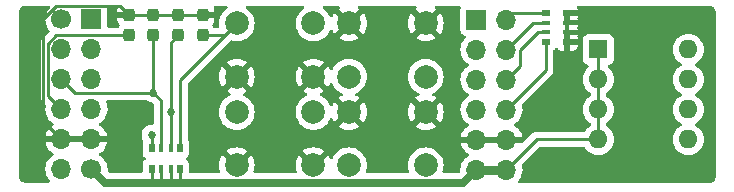
<source format=gbl>
%TF.GenerationSoftware,KiCad,Pcbnew,6.0.4-6f826c9f35~116~ubuntu20.04.1*%
%TF.CreationDate,2022-04-18T14:11:44+07:00*%
%TF.ProjectId,pmod-thin-switches,706d6f64-2d74-4686-996e-2d7377697463,1.0*%
%TF.SameCoordinates,Original*%
%TF.FileFunction,Copper,L2,Bot*%
%TF.FilePolarity,Positive*%
%FSLAX46Y46*%
G04 Gerber Fmt 4.6, Leading zero omitted, Abs format (unit mm)*
G04 Created by KiCad (PCBNEW 6.0.4-6f826c9f35~116~ubuntu20.04.1) date 2022-04-18 14:11:44*
%MOMM*%
%LPD*%
G01*
G04 APERTURE LIST*
G04 Aperture macros list*
%AMRoundRect*
0 Rectangle with rounded corners*
0 $1 Rounding radius*
0 $2 $3 $4 $5 $6 $7 $8 $9 X,Y pos of 4 corners*
0 Add a 4 corners polygon primitive as box body*
4,1,4,$2,$3,$4,$5,$6,$7,$8,$9,$2,$3,0*
0 Add four circle primitives for the rounded corners*
1,1,$1+$1,$2,$3*
1,1,$1+$1,$4,$5*
1,1,$1+$1,$6,$7*
1,1,$1+$1,$8,$9*
0 Add four rect primitives between the rounded corners*
20,1,$1+$1,$2,$3,$4,$5,0*
20,1,$1+$1,$4,$5,$6,$7,0*
20,1,$1+$1,$6,$7,$8,$9,0*
20,1,$1+$1,$8,$9,$2,$3,0*%
G04 Aperture macros list end*
%TA.AperFunction,ComponentPad*%
%ADD10C,2.000000*%
%TD*%
%TA.AperFunction,ComponentPad*%
%ADD11R,1.700000X1.700000*%
%TD*%
%TA.AperFunction,ComponentPad*%
%ADD12O,1.700000X1.700000*%
%TD*%
%TA.AperFunction,ComponentPad*%
%ADD13C,1.700000*%
%TD*%
%TA.AperFunction,ComponentPad*%
%ADD14R,1.600000X1.600000*%
%TD*%
%TA.AperFunction,ComponentPad*%
%ADD15O,1.600000X1.600000*%
%TD*%
%TA.AperFunction,SMDPad,CuDef*%
%ADD16RoundRect,0.237500X-0.237500X0.300000X-0.237500X-0.300000X0.237500X-0.300000X0.237500X0.300000X0*%
%TD*%
%TA.AperFunction,SMDPad,CuDef*%
%ADD17R,0.800000X0.500000*%
%TD*%
%TA.AperFunction,SMDPad,CuDef*%
%ADD18R,0.800000X0.400000*%
%TD*%
%TA.AperFunction,SMDPad,CuDef*%
%ADD19R,0.500000X0.800000*%
%TD*%
%TA.AperFunction,SMDPad,CuDef*%
%ADD20R,0.400000X0.800000*%
%TD*%
%TA.AperFunction,ViaPad*%
%ADD21C,0.685800*%
%TD*%
%TA.AperFunction,Conductor*%
%ADD22C,0.254000*%
%TD*%
%TA.AperFunction,Conductor*%
%ADD23C,0.700000*%
%TD*%
%TA.AperFunction,Conductor*%
%ADD24C,0.762000*%
%TD*%
G04 APERTURE END LIST*
D10*
%TO.P,PB1,1,1*%
%TO.N,GND*%
X128940000Y-115500000D03*
X135440000Y-115500000D03*
%TO.P,PB1,2,2*%
%TO.N,/P1S*%
X135440000Y-111000000D03*
X128940000Y-111000000D03*
%TD*%
%TO.P,PB2,1,1*%
%TO.N,GND*%
X128940000Y-123000000D03*
X135440000Y-123000000D03*
%TO.P,PB2,2,2*%
%TO.N,/P2S*%
X135440000Y-118500000D03*
X128940000Y-118500000D03*
%TD*%
D11*
%TO.P,J1,1,Pin_1*%
%TO.N,/S1J*%
X116640000Y-110650000D03*
D12*
%TO.P,J1,2,Pin_2*%
%TO.N,/S2J*%
X116640000Y-113190000D03*
%TO.P,J1,3,Pin_3*%
%TO.N,/S3J*%
X116640000Y-115730000D03*
%TO.P,J1,4,Pin_4*%
%TO.N,/S4J*%
X116640000Y-118270000D03*
%TO.P,J1,5,Pin_5*%
%TO.N,GND*%
X116640000Y-120810000D03*
D13*
%TO.P,J1,6,Pin_6*%
%TO.N,+3V3*%
X116640000Y-123350000D03*
%TO.P,J1,7,Pin_7*%
%TO.N,/P1S*%
X114100000Y-110650000D03*
D12*
%TO.P,J1,8,Pin_8*%
%TO.N,/P2S*%
X114100000Y-113190000D03*
%TO.P,J1,9,Pin_9*%
%TO.N,/P3S*%
X114100000Y-115730000D03*
%TO.P,J1,10,Pin_10*%
%TO.N,/P4S*%
X114100000Y-118270000D03*
%TO.P,J1,11,Pin_11*%
%TO.N,GND*%
X114100000Y-120810000D03*
%TO.P,J1,12,Pin_12*%
%TO.N,+3V3*%
X114100000Y-123350000D03*
%TD*%
D11*
%TO.P,J2,1,Pin_1*%
%TO.N,/S1J*%
X149240000Y-110680000D03*
D12*
%TO.P,J2,2,Pin_2*%
%TO.N,/S1S*%
X151780000Y-110680000D03*
%TO.P,J2,3,Pin_3*%
%TO.N,/S2J*%
X149240000Y-113220000D03*
%TO.P,J2,4,Pin_4*%
%TO.N,/S2S*%
X151780000Y-113220000D03*
%TO.P,J2,5,Pin_5*%
%TO.N,/S3J*%
X149240000Y-115760000D03*
%TO.P,J2,6,Pin_6*%
%TO.N,/S3S*%
X151780000Y-115760000D03*
%TO.P,J2,7,Pin_7*%
%TO.N,/S4J*%
X149240000Y-118300000D03*
%TO.P,J2,8,Pin_8*%
%TO.N,/S4S*%
X151780000Y-118300000D03*
%TO.P,J2,9,Pin_9*%
%TO.N,GND*%
X149240000Y-120840000D03*
%TO.P,J2,10,Pin_10*%
X151780000Y-120840000D03*
%TO.P,J2,11,Pin_11*%
%TO.N,+3V3*%
X149240000Y-123380000D03*
%TO.P,J2,12,Pin_12*%
X151780000Y-123380000D03*
%TD*%
D14*
%TO.P,SW1,1*%
%TO.N,+3V3*%
X159550000Y-113200000D03*
D15*
%TO.P,SW1,2*%
X159550000Y-115740000D03*
%TO.P,SW1,3*%
X159550000Y-118280000D03*
%TO.P,SW1,4*%
X159550000Y-120820000D03*
%TO.P,SW1,5*%
%TO.N,/S4S*%
X167170000Y-120820000D03*
%TO.P,SW1,6*%
%TO.N,/S3S*%
X167170000Y-118280000D03*
%TO.P,SW1,7*%
%TO.N,/S2S*%
X167170000Y-115740000D03*
%TO.P,SW1,8*%
%TO.N,/S1S*%
X167170000Y-113200000D03*
%TD*%
D10*
%TO.P,PB3,1,1*%
%TO.N,GND*%
X144940000Y-111000000D03*
X138440000Y-111000000D03*
%TO.P,PB3,2,2*%
%TO.N,/P3S*%
X144940000Y-115500000D03*
X138440000Y-115500000D03*
%TD*%
%TO.P,PB4,1,1*%
%TO.N,GND*%
X138440000Y-118500000D03*
X144940000Y-118500000D03*
%TO.P,PB4,2,2*%
%TO.N,/P4S*%
X144940000Y-123000000D03*
X138440000Y-123000000D03*
%TD*%
D16*
%TO.P,C4,1*%
%TO.N,GND*%
X119802000Y-110287500D03*
%TO.P,C4,2*%
%TO.N,/P4S*%
X119802000Y-112012500D03*
%TD*%
D17*
%TO.P,R2,1,R1.1*%
%TO.N,GND*%
X156900000Y-110150000D03*
D18*
%TO.P,R2,2,R2.1*%
X156900000Y-110950000D03*
%TO.P,R2,3,R3.1*%
X156900000Y-111750000D03*
D17*
%TO.P,R2,4,R4.1*%
X156900000Y-112550000D03*
%TO.P,R2,5,R4.2*%
%TO.N,/S4S*%
X155100000Y-112550000D03*
D18*
%TO.P,R2,6,R3.2*%
%TO.N,/S3S*%
X155100000Y-111750000D03*
%TO.P,R2,7,R2.2*%
%TO.N,/S2S*%
X155100000Y-110950000D03*
D17*
%TO.P,R2,8,R1.2*%
%TO.N,/S1S*%
X155100000Y-110150000D03*
%TD*%
D16*
%TO.P,C1,1*%
%TO.N,GND*%
X126072000Y-110287500D03*
%TO.P,C1,2*%
%TO.N,/P1S*%
X126072000Y-112012500D03*
%TD*%
%TO.P,C2,1*%
%TO.N,GND*%
X123982000Y-110287500D03*
%TO.P,C2,2*%
%TO.N,/P2S*%
X123982000Y-112012500D03*
%TD*%
D19*
%TO.P,R1,1,R1.1*%
%TO.N,+3V3*%
X124140000Y-123350000D03*
D20*
%TO.P,R1,2,R2.1*%
X123340000Y-123350000D03*
%TO.P,R1,3,R3.1*%
X122540000Y-123350000D03*
D19*
%TO.P,R1,4,R4.1*%
X121740000Y-123350000D03*
%TO.P,R1,5,R4.2*%
%TO.N,/P4S*%
X121740000Y-121550000D03*
D20*
%TO.P,R1,6,R3.2*%
%TO.N,/P3S*%
X122540000Y-121550000D03*
%TO.P,R1,7,R2.2*%
%TO.N,/P2S*%
X123340000Y-121550000D03*
D19*
%TO.P,R1,8,R1.2*%
%TO.N,/P1S*%
X124140000Y-121550000D03*
%TD*%
D16*
%TO.P,C3,1*%
%TO.N,GND*%
X121892000Y-110287500D03*
%TO.P,C3,2*%
%TO.N,/P3S*%
X121892000Y-112012500D03*
%TD*%
D21*
%TO.N,/P2S*%
X123340000Y-118490000D03*
%TO.N,/P3S*%
X121885000Y-116855000D03*
%TO.N,/P4S*%
X121740000Y-120410000D03*
%TD*%
D22*
%TO.N,GND*%
X119802000Y-110287500D02*
X123982000Y-110287500D01*
X113632389Y-109521089D02*
X112565169Y-110588309D01*
X112565169Y-110588309D02*
X112565169Y-119275169D01*
X119802000Y-110287500D02*
X119035589Y-109521089D01*
X112565169Y-119275169D02*
X114100000Y-120810000D01*
X123982000Y-110287500D02*
X126072000Y-110287500D01*
X119035589Y-109521089D02*
X113632389Y-109521089D01*
%TO.N,/P1S*%
X124140000Y-115800000D02*
X124140000Y-121550000D01*
X128940000Y-111000000D02*
X127927500Y-112012500D01*
X128940000Y-111000000D02*
X124140000Y-115800000D01*
X127927500Y-112012500D02*
X126072000Y-112012500D01*
%TO.N,/P2S*%
X123340000Y-112654500D02*
X123982000Y-112012500D01*
X123340000Y-118490000D02*
X123340000Y-112654500D01*
X123340000Y-121550000D02*
X123340000Y-118490000D01*
%TO.N,/P3S*%
X121892000Y-112012500D02*
X121892000Y-116848000D01*
X121885000Y-116855000D02*
X121881089Y-116858911D01*
X121890000Y-116850000D02*
X121885000Y-116855000D01*
X121890000Y-116850000D02*
X122540000Y-117500000D01*
X122540000Y-117500000D02*
X122540000Y-121550000D01*
X121892000Y-116848000D02*
X121890000Y-116850000D01*
X121881089Y-116858911D02*
X115228911Y-116858911D01*
X115228911Y-116858911D02*
X114100000Y-115730000D01*
%TO.N,/P4S*%
X112971089Y-112722389D02*
X112971089Y-117141089D01*
X113680978Y-112012500D02*
X112971089Y-112722389D01*
X121740000Y-121550000D02*
X121740000Y-120410000D01*
X119802000Y-112012500D02*
X113680978Y-112012500D01*
X112971089Y-117141089D02*
X114100000Y-118270000D01*
D23*
%TO.N,+3V3*%
X116640000Y-123350000D02*
X117822911Y-124532911D01*
D22*
X121740000Y-123350000D02*
X121740000Y-124330000D01*
D23*
X148087089Y-124532911D02*
X149240000Y-123380000D01*
D24*
X149240000Y-123380000D02*
X151780000Y-123380000D01*
D22*
X124140000Y-123350000D02*
X124140000Y-124360000D01*
D23*
X117822911Y-124532911D02*
X121942911Y-124532911D01*
D22*
X159550000Y-120820000D02*
X154340000Y-120820000D01*
X123340000Y-124510000D02*
X123317089Y-124532911D01*
D23*
X122772911Y-124532911D02*
X123317089Y-124532911D01*
D22*
X154340000Y-120820000D02*
X151780000Y-123380000D01*
X122540000Y-123350000D02*
X122540000Y-124300000D01*
D23*
X123967089Y-124532911D02*
X148087089Y-124532911D01*
D22*
X124140000Y-124360000D02*
X123967089Y-124532911D01*
D23*
X121942911Y-124532911D02*
X122772911Y-124532911D01*
X123317089Y-124532911D02*
X123967089Y-124532911D01*
D22*
X123340000Y-123350000D02*
X123340000Y-124510000D01*
X159550000Y-113200000D02*
X159550000Y-120820000D01*
%TO.N,/S1S*%
X155100000Y-110150000D02*
X152310000Y-110150000D01*
X152310000Y-110150000D02*
X151780000Y-110680000D01*
%TO.N,/S2S*%
X155100000Y-110950000D02*
X154050000Y-110950000D01*
X154050000Y-110950000D02*
X151780000Y-113220000D01*
%TO.N,/S3S*%
X154446000Y-111750000D02*
X152910000Y-113286000D01*
X155100000Y-111750000D02*
X154446000Y-111750000D01*
X152910000Y-114630000D02*
X151780000Y-115760000D01*
X152910000Y-113286000D02*
X152910000Y-114630000D01*
%TO.N,/S4S*%
X155100000Y-114980000D02*
X151780000Y-118300000D01*
X155100000Y-112550000D02*
X155100000Y-114980000D01*
%TD*%
%TA.AperFunction,Conductor*%
%TO.N,GND*%
G36*
X134552170Y-109501109D02*
G01*
X134620281Y-109521141D01*
X134666751Y-109574817D01*
X134676824Y-109645095D01*
X134647302Y-109709663D01*
X134617950Y-109734541D01*
X134563531Y-109767890D01*
X134550584Y-109775824D01*
X134370031Y-109930031D01*
X134366823Y-109933787D01*
X134360505Y-109941185D01*
X134215824Y-110110584D01*
X134213245Y-110114792D01*
X134213241Y-110114798D01*
X134173711Y-110179305D01*
X134091760Y-110313037D01*
X134089867Y-110317607D01*
X134089865Y-110317611D01*
X134005413Y-110521498D01*
X134000895Y-110532406D01*
X133995459Y-110555048D01*
X133949057Y-110748329D01*
X133945465Y-110763289D01*
X133926835Y-111000000D01*
X133945465Y-111236711D01*
X133946619Y-111241518D01*
X133946620Y-111241524D01*
X133977174Y-111368790D01*
X134000895Y-111467594D01*
X134002788Y-111472165D01*
X134002789Y-111472167D01*
X134089772Y-111682163D01*
X134091760Y-111686963D01*
X134094346Y-111691183D01*
X134213241Y-111885202D01*
X134213245Y-111885208D01*
X134215824Y-111889416D01*
X134305721Y-111994672D01*
X134366329Y-112065634D01*
X134370031Y-112069969D01*
X134550584Y-112224176D01*
X134554792Y-112226755D01*
X134554798Y-112226759D01*
X134689343Y-112309208D01*
X134753037Y-112348240D01*
X134757607Y-112350133D01*
X134757611Y-112350135D01*
X134967833Y-112437211D01*
X134972406Y-112439105D01*
X135052609Y-112458360D01*
X135198476Y-112493380D01*
X135198482Y-112493381D01*
X135203289Y-112494535D01*
X135440000Y-112513165D01*
X135676711Y-112494535D01*
X135681518Y-112493381D01*
X135681524Y-112493380D01*
X135827391Y-112458360D01*
X135907594Y-112439105D01*
X135912167Y-112437211D01*
X136122389Y-112350135D01*
X136122393Y-112350133D01*
X136126963Y-112348240D01*
X136190657Y-112309208D01*
X136315556Y-112232670D01*
X137572160Y-112232670D01*
X137577887Y-112240320D01*
X137749042Y-112345205D01*
X137757837Y-112349687D01*
X137967988Y-112436734D01*
X137977373Y-112439783D01*
X138198554Y-112492885D01*
X138208301Y-112494428D01*
X138435070Y-112512275D01*
X138444930Y-112512275D01*
X138671699Y-112494428D01*
X138681446Y-112492885D01*
X138902627Y-112439783D01*
X138912012Y-112436734D01*
X139122163Y-112349687D01*
X139130958Y-112345205D01*
X139298445Y-112242568D01*
X139307400Y-112232670D01*
X144072160Y-112232670D01*
X144077887Y-112240320D01*
X144249042Y-112345205D01*
X144257837Y-112349687D01*
X144467988Y-112436734D01*
X144477373Y-112439783D01*
X144698554Y-112492885D01*
X144708301Y-112494428D01*
X144935070Y-112512275D01*
X144944930Y-112512275D01*
X145171699Y-112494428D01*
X145181446Y-112492885D01*
X145402627Y-112439783D01*
X145412012Y-112436734D01*
X145622163Y-112349687D01*
X145630958Y-112345205D01*
X145798445Y-112242568D01*
X145807907Y-112232110D01*
X145804124Y-112223334D01*
X144952812Y-111372022D01*
X144938868Y-111364408D01*
X144937035Y-111364539D01*
X144930420Y-111368790D01*
X144078920Y-112220290D01*
X144072160Y-112232670D01*
X139307400Y-112232670D01*
X139307907Y-112232110D01*
X139304124Y-112223334D01*
X138452812Y-111372022D01*
X138438868Y-111364408D01*
X138437035Y-111364539D01*
X138430420Y-111368790D01*
X137578920Y-112220290D01*
X137572160Y-112232670D01*
X136315556Y-112232670D01*
X136325202Y-112226759D01*
X136325208Y-112226755D01*
X136329416Y-112224176D01*
X136509969Y-112069969D01*
X136513672Y-112065634D01*
X136574279Y-111994672D01*
X136664176Y-111889416D01*
X136666755Y-111885208D01*
X136666759Y-111885202D01*
X136785654Y-111691183D01*
X136788240Y-111686963D01*
X136790229Y-111682163D01*
X136823862Y-111600964D01*
X136868410Y-111545683D01*
X136935774Y-111523262D01*
X137004565Y-111540820D01*
X137052943Y-111592782D01*
X137056680Y-111600964D01*
X137090313Y-111682163D01*
X137094795Y-111690958D01*
X137197432Y-111858445D01*
X137207890Y-111867907D01*
X137216666Y-111864124D01*
X138067978Y-111012812D01*
X138074356Y-111001132D01*
X138804408Y-111001132D01*
X138804539Y-111002965D01*
X138808790Y-111009580D01*
X139660290Y-111861080D01*
X139672670Y-111867840D01*
X139680320Y-111862113D01*
X139785205Y-111690958D01*
X139789687Y-111682163D01*
X139876734Y-111472012D01*
X139879783Y-111462627D01*
X139932885Y-111241446D01*
X139934428Y-111231699D01*
X139952275Y-111004930D01*
X143427725Y-111004930D01*
X143445572Y-111231699D01*
X143447115Y-111241446D01*
X143500217Y-111462627D01*
X143503266Y-111472012D01*
X143590313Y-111682163D01*
X143594795Y-111690958D01*
X143697432Y-111858445D01*
X143707890Y-111867907D01*
X143716666Y-111864124D01*
X144567978Y-111012812D01*
X144574356Y-111001132D01*
X145304408Y-111001132D01*
X145304539Y-111002965D01*
X145308790Y-111009580D01*
X146160290Y-111861080D01*
X146172670Y-111867840D01*
X146180320Y-111862113D01*
X146285205Y-111690958D01*
X146289687Y-111682163D01*
X146376734Y-111472012D01*
X146379783Y-111462627D01*
X146432885Y-111241446D01*
X146434428Y-111231699D01*
X146452275Y-111004930D01*
X146452275Y-110995070D01*
X146434428Y-110768301D01*
X146432885Y-110758554D01*
X146379783Y-110537373D01*
X146376734Y-110527988D01*
X146289687Y-110317837D01*
X146285205Y-110309042D01*
X146182568Y-110141555D01*
X146172110Y-110132093D01*
X146163334Y-110135876D01*
X145312022Y-110987188D01*
X145304408Y-111001132D01*
X144574356Y-111001132D01*
X144575592Y-110998868D01*
X144575461Y-110997035D01*
X144571210Y-110990420D01*
X143719710Y-110138920D01*
X143707330Y-110132160D01*
X143699680Y-110137887D01*
X143594795Y-110309042D01*
X143590313Y-110317837D01*
X143503266Y-110527988D01*
X143500217Y-110537373D01*
X143447115Y-110758554D01*
X143445572Y-110768301D01*
X143427725Y-110995070D01*
X143427725Y-111004930D01*
X139952275Y-111004930D01*
X139952275Y-110995070D01*
X139934428Y-110768301D01*
X139932885Y-110758554D01*
X139879783Y-110537373D01*
X139876734Y-110527988D01*
X139789687Y-110317837D01*
X139785205Y-110309042D01*
X139682568Y-110141555D01*
X139672110Y-110132093D01*
X139663334Y-110135876D01*
X138812022Y-110987188D01*
X138804408Y-111001132D01*
X138074356Y-111001132D01*
X138075592Y-110998868D01*
X138075461Y-110997035D01*
X138071210Y-110990420D01*
X137219710Y-110138920D01*
X137207330Y-110132160D01*
X137199680Y-110137887D01*
X137094795Y-110309042D01*
X137090313Y-110317837D01*
X137056680Y-110399036D01*
X137012132Y-110454317D01*
X136944769Y-110476738D01*
X136875978Y-110459180D01*
X136827599Y-110407218D01*
X136823862Y-110399036D01*
X136790135Y-110317611D01*
X136790133Y-110317607D01*
X136788240Y-110313037D01*
X136706289Y-110179305D01*
X136666759Y-110114798D01*
X136666755Y-110114792D01*
X136664176Y-110110584D01*
X136519495Y-109941185D01*
X136513177Y-109933787D01*
X136509969Y-109930031D01*
X136329416Y-109775824D01*
X136325203Y-109773242D01*
X136325193Y-109773235D01*
X136263320Y-109735319D01*
X136215689Y-109682672D01*
X136204082Y-109612630D01*
X136232185Y-109547433D01*
X136291076Y-109507779D01*
X136329208Y-109501887D01*
X137550988Y-109502422D01*
X137619098Y-109522454D01*
X137665568Y-109576130D01*
X137675641Y-109646408D01*
X137646119Y-109710976D01*
X137616767Y-109735854D01*
X137581554Y-109757433D01*
X137572093Y-109767890D01*
X137575876Y-109776666D01*
X138427188Y-110627978D01*
X138441132Y-110635592D01*
X138442965Y-110635461D01*
X138449580Y-110631210D01*
X139301080Y-109779710D01*
X139307840Y-109767330D01*
X139302114Y-109759681D01*
X139264504Y-109736633D01*
X139216873Y-109683985D01*
X139205267Y-109613944D01*
X139233371Y-109548746D01*
X139292262Y-109509093D01*
X139330390Y-109503202D01*
X144046344Y-109505267D01*
X144114456Y-109525299D01*
X144160926Y-109578975D01*
X144170999Y-109649253D01*
X144141477Y-109713821D01*
X144112124Y-109738699D01*
X144081555Y-109757432D01*
X144072093Y-109767890D01*
X144075876Y-109776666D01*
X144927188Y-110627978D01*
X144941132Y-110635592D01*
X144942965Y-110635461D01*
X144949580Y-110631210D01*
X145801080Y-109779710D01*
X145807840Y-109767330D01*
X145802114Y-109759681D01*
X145769153Y-109739482D01*
X145721522Y-109686834D01*
X145709916Y-109616793D01*
X145738020Y-109551595D01*
X145796910Y-109511942D01*
X145835042Y-109506050D01*
X147398028Y-109506735D01*
X147786279Y-109506905D01*
X147854391Y-109526937D01*
X147900861Y-109580613D01*
X147910934Y-109650891D01*
X147904206Y-109677134D01*
X147888255Y-109719684D01*
X147881500Y-109781866D01*
X147881500Y-111578134D01*
X147888255Y-111640316D01*
X147939385Y-111776705D01*
X148026739Y-111893261D01*
X148143295Y-111980615D01*
X148151704Y-111983767D01*
X148151705Y-111983768D01*
X148260451Y-112024535D01*
X148317216Y-112067176D01*
X148341916Y-112133738D01*
X148326709Y-112203087D01*
X148307316Y-112229568D01*
X148196811Y-112345205D01*
X148180629Y-112362138D01*
X148177720Y-112366403D01*
X148177714Y-112366411D01*
X148110592Y-112464809D01*
X148054743Y-112546680D01*
X147960688Y-112749305D01*
X147900989Y-112964570D01*
X147877251Y-113186695D01*
X147877548Y-113191848D01*
X147877548Y-113191851D01*
X147881088Y-113253240D01*
X147890110Y-113409715D01*
X147891247Y-113414761D01*
X147891248Y-113414767D01*
X147893015Y-113422607D01*
X147939222Y-113627639D01*
X148023266Y-113834616D01*
X148061052Y-113896277D01*
X148137291Y-114020688D01*
X148139987Y-114025088D01*
X148286250Y-114193938D01*
X148458126Y-114336632D01*
X148480106Y-114349476D01*
X148531445Y-114379476D01*
X148580169Y-114431114D01*
X148593240Y-114500897D01*
X148566509Y-114566669D01*
X148526055Y-114600027D01*
X148521349Y-114602477D01*
X148513607Y-114606507D01*
X148509474Y-114609610D01*
X148509471Y-114609612D01*
X148339100Y-114737530D01*
X148334965Y-114740635D01*
X148331393Y-114744373D01*
X148184319Y-114898277D01*
X148180629Y-114902138D01*
X148177720Y-114906403D01*
X148177714Y-114906411D01*
X148109434Y-115006506D01*
X148054743Y-115086680D01*
X148032100Y-115135461D01*
X147970438Y-115268301D01*
X147960688Y-115289305D01*
X147900989Y-115504570D01*
X147877251Y-115726695D01*
X147877548Y-115731848D01*
X147877548Y-115731851D01*
X147879171Y-115760000D01*
X147890110Y-115949715D01*
X147891247Y-115954761D01*
X147891248Y-115954767D01*
X147910642Y-116040820D01*
X147939222Y-116167639D01*
X147971723Y-116247680D01*
X148020515Y-116367840D01*
X148023266Y-116374616D01*
X148074942Y-116458944D01*
X148137291Y-116560688D01*
X148139987Y-116565088D01*
X148286250Y-116733938D01*
X148458126Y-116876632D01*
X148476608Y-116887432D01*
X148531445Y-116919476D01*
X148580169Y-116971114D01*
X148593240Y-117040897D01*
X148566509Y-117106669D01*
X148526055Y-117140027D01*
X148521349Y-117142477D01*
X148513607Y-117146507D01*
X148509474Y-117149610D01*
X148509471Y-117149612D01*
X148340251Y-117276666D01*
X148334965Y-117280635D01*
X148331393Y-117284373D01*
X148225215Y-117395482D01*
X148180629Y-117442138D01*
X148177720Y-117446403D01*
X148177714Y-117446411D01*
X148116481Y-117536175D01*
X148054743Y-117626680D01*
X148018375Y-117705028D01*
X147970094Y-117809042D01*
X147960688Y-117829305D01*
X147900989Y-118044570D01*
X147877251Y-118266695D01*
X147877548Y-118271848D01*
X147877548Y-118271851D01*
X147889812Y-118484547D01*
X147890110Y-118489715D01*
X147891247Y-118494761D01*
X147891248Y-118494767D01*
X147895315Y-118512812D01*
X147939222Y-118707639D01*
X147977461Y-118801811D01*
X148012873Y-118889020D01*
X148023266Y-118914616D01*
X148061052Y-118976277D01*
X148137291Y-119100688D01*
X148139987Y-119105088D01*
X148286250Y-119273938D01*
X148458126Y-119416632D01*
X148499649Y-119440896D01*
X148531955Y-119459774D01*
X148580679Y-119511412D01*
X148593750Y-119581195D01*
X148567019Y-119646967D01*
X148526562Y-119680327D01*
X148518457Y-119684546D01*
X148509738Y-119690036D01*
X148339433Y-119817905D01*
X148331726Y-119824748D01*
X148184590Y-119978717D01*
X148178104Y-119986727D01*
X148058098Y-120162649D01*
X148053000Y-120171623D01*
X147963338Y-120364783D01*
X147959775Y-120374470D01*
X147904389Y-120574183D01*
X147905912Y-120582607D01*
X147918292Y-120586000D01*
X153098344Y-120586000D01*
X153111875Y-120582027D01*
X153113180Y-120572947D01*
X153071214Y-120405875D01*
X153067894Y-120396124D01*
X152982972Y-120200814D01*
X152978105Y-120191739D01*
X152862426Y-120012926D01*
X152856136Y-120004757D01*
X152712806Y-119847240D01*
X152705273Y-119840215D01*
X152538139Y-119708222D01*
X152529556Y-119702520D01*
X152492602Y-119682120D01*
X152442631Y-119631687D01*
X152427859Y-119562245D01*
X152452975Y-119495839D01*
X152480327Y-119469232D01*
X152520053Y-119440896D01*
X152659860Y-119341173D01*
X152715028Y-119286198D01*
X152814435Y-119187137D01*
X152818096Y-119183489D01*
X152877594Y-119100689D01*
X152945435Y-119006277D01*
X152948453Y-119002077D01*
X152963236Y-118972167D01*
X153045136Y-118806453D01*
X153045137Y-118806451D01*
X153047430Y-118801811D01*
X153112370Y-118588069D01*
X153141529Y-118366590D01*
X153143156Y-118300000D01*
X153124852Y-118077361D01*
X153109080Y-118014570D01*
X153097389Y-117968024D01*
X153100194Y-117897083D01*
X153130498Y-117848234D01*
X155493483Y-115485250D01*
X155501809Y-115477674D01*
X155508303Y-115473553D01*
X155555086Y-115423734D01*
X155557840Y-115420893D01*
X155577639Y-115401094D01*
X155580063Y-115397969D01*
X155580071Y-115397960D01*
X155580137Y-115397874D01*
X155587845Y-115388849D01*
X155612790Y-115362285D01*
X155618217Y-115356506D01*
X155628023Y-115338669D01*
X155638873Y-115322153D01*
X155651350Y-115306067D01*
X155668976Y-115265334D01*
X155674193Y-115254686D01*
X155691749Y-115222751D01*
X155695569Y-115215803D01*
X155697540Y-115208128D01*
X155697542Y-115208122D01*
X155700631Y-115196089D01*
X155707034Y-115177387D01*
X155715117Y-115158708D01*
X155722060Y-115114873D01*
X155724467Y-115103251D01*
X155735500Y-115060282D01*
X155735500Y-115039935D01*
X155737051Y-115020224D01*
X155738995Y-115007950D01*
X155740235Y-115000121D01*
X155736059Y-114955944D01*
X155735500Y-114944086D01*
X155735500Y-113322040D01*
X155755502Y-113253919D01*
X155785935Y-113221214D01*
X155856080Y-113168643D01*
X155856081Y-113168642D01*
X155863261Y-113163261D01*
X155899487Y-113114925D01*
X155956345Y-113072411D01*
X156027164Y-113067385D01*
X156089457Y-113101445D01*
X156101138Y-113114925D01*
X156131717Y-113155726D01*
X156144276Y-113168285D01*
X156246351Y-113244786D01*
X156261946Y-113253324D01*
X156382394Y-113298478D01*
X156397649Y-113302105D01*
X156448514Y-113307631D01*
X156455328Y-113308000D01*
X156631885Y-113308000D01*
X156647124Y-113303525D01*
X156648329Y-113302135D01*
X156650000Y-113294452D01*
X156650000Y-113289884D01*
X157150000Y-113289884D01*
X157154475Y-113305123D01*
X157155865Y-113306328D01*
X157163548Y-113307999D01*
X157344669Y-113307999D01*
X157351490Y-113307629D01*
X157402352Y-113302105D01*
X157417604Y-113298479D01*
X157538054Y-113253324D01*
X157553649Y-113244786D01*
X157655724Y-113168285D01*
X157668285Y-113155724D01*
X157744786Y-113053649D01*
X157753324Y-113038054D01*
X157798478Y-112917606D01*
X157802105Y-112902351D01*
X157807631Y-112851486D01*
X157808000Y-112844672D01*
X157808000Y-112818115D01*
X157803525Y-112802876D01*
X157802135Y-112801671D01*
X157794452Y-112800000D01*
X157168115Y-112800000D01*
X157152876Y-112804475D01*
X157151671Y-112805865D01*
X157150000Y-112813548D01*
X157150000Y-113289884D01*
X156650000Y-113289884D01*
X156650000Y-112281885D01*
X157150000Y-112281885D01*
X157154475Y-112297124D01*
X157155865Y-112298329D01*
X157163548Y-112300000D01*
X157789884Y-112300000D01*
X157805123Y-112295525D01*
X157806328Y-112294135D01*
X157807999Y-112286452D01*
X157807999Y-112255331D01*
X157807629Y-112248510D01*
X157802105Y-112197648D01*
X157798478Y-112182393D01*
X157793544Y-112169231D01*
X157788360Y-112098424D01*
X157793544Y-112080769D01*
X157798477Y-112067610D01*
X157802105Y-112052351D01*
X157807631Y-112001486D01*
X157808000Y-111994672D01*
X157808000Y-111968115D01*
X157803525Y-111952876D01*
X157802135Y-111951671D01*
X157794452Y-111950000D01*
X157168115Y-111950000D01*
X157152876Y-111954475D01*
X157151671Y-111955865D01*
X157150000Y-111963548D01*
X157150000Y-112281885D01*
X156650000Y-112281885D01*
X156650000Y-111848905D01*
X156670002Y-111780784D01*
X156680775Y-111766393D01*
X156698329Y-111746135D01*
X156700000Y-111738452D01*
X156700000Y-111531885D01*
X157100000Y-111531885D01*
X157104475Y-111547124D01*
X157105865Y-111548329D01*
X157113548Y-111550000D01*
X157789884Y-111550000D01*
X157805123Y-111545525D01*
X157806328Y-111544135D01*
X157807999Y-111536452D01*
X157807999Y-111505331D01*
X157807629Y-111498510D01*
X157802105Y-111447648D01*
X157798479Y-111432397D01*
X157784171Y-111394230D01*
X157778988Y-111323423D01*
X157784171Y-111305770D01*
X157798478Y-111267606D01*
X157802105Y-111252351D01*
X157807631Y-111201486D01*
X157808000Y-111194672D01*
X157808000Y-111168115D01*
X157803525Y-111152876D01*
X157802135Y-111151671D01*
X157794452Y-111150000D01*
X157118115Y-111150000D01*
X157102876Y-111154475D01*
X157101671Y-111155865D01*
X157100000Y-111163548D01*
X157100000Y-111531885D01*
X156700000Y-111531885D01*
X156700000Y-110966115D01*
X156695526Y-110950876D01*
X156693488Y-110949111D01*
X156655104Y-110889385D01*
X156650000Y-110853886D01*
X156650000Y-110731885D01*
X157150000Y-110731885D01*
X157154475Y-110747124D01*
X157155865Y-110748329D01*
X157163548Y-110750000D01*
X157789884Y-110750000D01*
X157805123Y-110745525D01*
X157806328Y-110744135D01*
X157807999Y-110736452D01*
X157807999Y-110705331D01*
X157807629Y-110698510D01*
X157802105Y-110647648D01*
X157798478Y-110632393D01*
X157793544Y-110619231D01*
X157788360Y-110548424D01*
X157793544Y-110530769D01*
X157798477Y-110517610D01*
X157802105Y-110502351D01*
X157807631Y-110451486D01*
X157808000Y-110444672D01*
X157808000Y-110418115D01*
X157803525Y-110402876D01*
X157802135Y-110401671D01*
X157794452Y-110400000D01*
X157168115Y-110400000D01*
X157152876Y-110404475D01*
X157151671Y-110405865D01*
X157150000Y-110413548D01*
X157150000Y-110731885D01*
X156650000Y-110731885D01*
X156650000Y-110026000D01*
X156670002Y-109957879D01*
X156723658Y-109911386D01*
X156776000Y-109900000D01*
X157789884Y-109900000D01*
X157805123Y-109895525D01*
X157806328Y-109894135D01*
X157807999Y-109886452D01*
X157807999Y-109855331D01*
X157807629Y-109848510D01*
X157802105Y-109797648D01*
X157798479Y-109782397D01*
X157760675Y-109681555D01*
X157755492Y-109610748D01*
X157789413Y-109548379D01*
X157851668Y-109514249D01*
X157878711Y-109511325D01*
X161279367Y-109512815D01*
X168944449Y-109516172D01*
X168963776Y-109517672D01*
X168978747Y-109520003D01*
X168978751Y-109520003D01*
X168987621Y-109521384D01*
X168996524Y-109520220D01*
X168996526Y-109520220D01*
X168996650Y-109520204D01*
X169027088Y-109519933D01*
X169059951Y-109523635D01*
X169089158Y-109526926D01*
X169116666Y-109533204D01*
X169193756Y-109560179D01*
X169219176Y-109572420D01*
X169288326Y-109615869D01*
X169310386Y-109633461D01*
X169368135Y-109691209D01*
X169385727Y-109713269D01*
X169429178Y-109782421D01*
X169441420Y-109807841D01*
X169468393Y-109884924D01*
X169474672Y-109912432D01*
X169480919Y-109967872D01*
X169480611Y-109983564D01*
X169481693Y-109983577D01*
X169481584Y-109992546D01*
X169480202Y-110001421D01*
X169482663Y-110020241D01*
X169484329Y-110032980D01*
X169485393Y-110049318D01*
X169485393Y-123958330D01*
X169483893Y-123977715D01*
X169481583Y-123992548D01*
X169481583Y-123992552D01*
X169480202Y-124001421D01*
X169481382Y-124010446D01*
X169481654Y-124040881D01*
X169477013Y-124082077D01*
X169474661Y-124102955D01*
X169468382Y-124130464D01*
X169441408Y-124207552D01*
X169429169Y-124232968D01*
X169385714Y-124302125D01*
X169368125Y-124324180D01*
X169310380Y-124381925D01*
X169288325Y-124399514D01*
X169219168Y-124442969D01*
X169193752Y-124455208D01*
X169116664Y-124482182D01*
X169089159Y-124488460D01*
X169033673Y-124494712D01*
X169018040Y-124494045D01*
X169018022Y-124495494D01*
X169009049Y-124495384D01*
X169000173Y-124494002D01*
X168968744Y-124498111D01*
X168952362Y-124499174D01*
X158033344Y-124494393D01*
X152893531Y-124492142D01*
X152825420Y-124472110D01*
X152778950Y-124418434D01*
X152768877Y-124348156D01*
X152798399Y-124283588D01*
X152804648Y-124276891D01*
X152814430Y-124267144D01*
X152814440Y-124267132D01*
X152818096Y-124263489D01*
X152837028Y-124237143D01*
X152945435Y-124086277D01*
X152948453Y-124082077D01*
X152976342Y-124025649D01*
X153045136Y-123886453D01*
X153045137Y-123886451D01*
X153047430Y-123881811D01*
X153112370Y-123668069D01*
X153141529Y-123446590D01*
X153143156Y-123380000D01*
X153124852Y-123157361D01*
X153097389Y-123048024D01*
X153100194Y-122977083D01*
X153130498Y-122928234D01*
X153844135Y-122214598D01*
X154566328Y-121492405D01*
X154628640Y-121458379D01*
X154655423Y-121455500D01*
X158332007Y-121455500D01*
X158400128Y-121475502D01*
X158435219Y-121509228D01*
X158439975Y-121516020D01*
X158537147Y-121654795D01*
X158543802Y-121664300D01*
X158705700Y-121826198D01*
X158710208Y-121829355D01*
X158710211Y-121829357D01*
X158745108Y-121853792D01*
X158893251Y-121957523D01*
X158898233Y-121959846D01*
X158898238Y-121959849D01*
X159095775Y-122051961D01*
X159100757Y-122054284D01*
X159106065Y-122055706D01*
X159106067Y-122055707D01*
X159316598Y-122112119D01*
X159316600Y-122112119D01*
X159321913Y-122113543D01*
X159550000Y-122133498D01*
X159778087Y-122113543D01*
X159783400Y-122112119D01*
X159783402Y-122112119D01*
X159993933Y-122055707D01*
X159993935Y-122055706D01*
X159999243Y-122054284D01*
X160004225Y-122051961D01*
X160201762Y-121959849D01*
X160201767Y-121959846D01*
X160206749Y-121957523D01*
X160354892Y-121853792D01*
X160389789Y-121829357D01*
X160389792Y-121829355D01*
X160394300Y-121826198D01*
X160556198Y-121664300D01*
X160562854Y-121654795D01*
X160639013Y-121546028D01*
X160687523Y-121476749D01*
X160689846Y-121471767D01*
X160689849Y-121471762D01*
X160781961Y-121274225D01*
X160781961Y-121274224D01*
X160784284Y-121269243D01*
X160827499Y-121107966D01*
X160842119Y-121053402D01*
X160842119Y-121053400D01*
X160843543Y-121048087D01*
X160863498Y-120820000D01*
X165856502Y-120820000D01*
X165876457Y-121048087D01*
X165877881Y-121053400D01*
X165877881Y-121053402D01*
X165892502Y-121107966D01*
X165935716Y-121269243D01*
X165938039Y-121274224D01*
X165938039Y-121274225D01*
X166030151Y-121471762D01*
X166030154Y-121471767D01*
X166032477Y-121476749D01*
X166080987Y-121546028D01*
X166157147Y-121654795D01*
X166163802Y-121664300D01*
X166325700Y-121826198D01*
X166330208Y-121829355D01*
X166330211Y-121829357D01*
X166365108Y-121853792D01*
X166513251Y-121957523D01*
X166518233Y-121959846D01*
X166518238Y-121959849D01*
X166715775Y-122051961D01*
X166720757Y-122054284D01*
X166726065Y-122055706D01*
X166726067Y-122055707D01*
X166936598Y-122112119D01*
X166936600Y-122112119D01*
X166941913Y-122113543D01*
X167170000Y-122133498D01*
X167398087Y-122113543D01*
X167403400Y-122112119D01*
X167403402Y-122112119D01*
X167613933Y-122055707D01*
X167613935Y-122055706D01*
X167619243Y-122054284D01*
X167624225Y-122051961D01*
X167821762Y-121959849D01*
X167821767Y-121959846D01*
X167826749Y-121957523D01*
X167974892Y-121853792D01*
X168009789Y-121829357D01*
X168009792Y-121829355D01*
X168014300Y-121826198D01*
X168176198Y-121664300D01*
X168182854Y-121654795D01*
X168259013Y-121546028D01*
X168307523Y-121476749D01*
X168309846Y-121471767D01*
X168309849Y-121471762D01*
X168401961Y-121274225D01*
X168401961Y-121274224D01*
X168404284Y-121269243D01*
X168447499Y-121107966D01*
X168462119Y-121053402D01*
X168462119Y-121053400D01*
X168463543Y-121048087D01*
X168483498Y-120820000D01*
X168463543Y-120591913D01*
X168461959Y-120586000D01*
X168405707Y-120376067D01*
X168405706Y-120376065D01*
X168404284Y-120370757D01*
X168390452Y-120341094D01*
X168309849Y-120168238D01*
X168309846Y-120168233D01*
X168307523Y-120163251D01*
X168232477Y-120056074D01*
X168179357Y-119980211D01*
X168179355Y-119980208D01*
X168176198Y-119975700D01*
X168014300Y-119813802D01*
X168009792Y-119810645D01*
X168009789Y-119810643D01*
X167931611Y-119755902D01*
X167826749Y-119682477D01*
X167821767Y-119680154D01*
X167821762Y-119680151D01*
X167787543Y-119664195D01*
X167734258Y-119617278D01*
X167714797Y-119549001D01*
X167735339Y-119481041D01*
X167787543Y-119435805D01*
X167821762Y-119419849D01*
X167821767Y-119419846D01*
X167826749Y-119417523D01*
X167978632Y-119311173D01*
X168009789Y-119289357D01*
X168009792Y-119289355D01*
X168014300Y-119286198D01*
X168176198Y-119124300D01*
X168186919Y-119108990D01*
X168282786Y-118972077D01*
X168307523Y-118936749D01*
X168309846Y-118931767D01*
X168309849Y-118931762D01*
X168401961Y-118734225D01*
X168401961Y-118734224D01*
X168404284Y-118729243D01*
X168408791Y-118712425D01*
X168462119Y-118513402D01*
X168462119Y-118513400D01*
X168463543Y-118508087D01*
X168483498Y-118280000D01*
X168463543Y-118051913D01*
X168462119Y-118046598D01*
X168405707Y-117836067D01*
X168405706Y-117836065D01*
X168404284Y-117830757D01*
X168385528Y-117790535D01*
X168309849Y-117628238D01*
X168309846Y-117628233D01*
X168307523Y-117623251D01*
X168220442Y-117498887D01*
X168179357Y-117440211D01*
X168179355Y-117440208D01*
X168176198Y-117435700D01*
X168014300Y-117273802D01*
X168009792Y-117270645D01*
X168009789Y-117270643D01*
X167904537Y-117196945D01*
X167826749Y-117142477D01*
X167821767Y-117140154D01*
X167821762Y-117140151D01*
X167787543Y-117124195D01*
X167734258Y-117077278D01*
X167714797Y-117009001D01*
X167735339Y-116941041D01*
X167787543Y-116895805D01*
X167821762Y-116879849D01*
X167821767Y-116879846D01*
X167826749Y-116877523D01*
X167940992Y-116797529D01*
X168009789Y-116749357D01*
X168009792Y-116749355D01*
X168014300Y-116746198D01*
X168176198Y-116584300D01*
X168183987Y-116573177D01*
X168280638Y-116435144D01*
X168307523Y-116396749D01*
X168309846Y-116391767D01*
X168309849Y-116391762D01*
X168401961Y-116194225D01*
X168401961Y-116194224D01*
X168404284Y-116189243D01*
X168408791Y-116172425D01*
X168462119Y-115973402D01*
X168462119Y-115973400D01*
X168463543Y-115968087D01*
X168483498Y-115740000D01*
X168463543Y-115511913D01*
X168461672Y-115504930D01*
X168405707Y-115296067D01*
X168405706Y-115296065D01*
X168404284Y-115290757D01*
X168387464Y-115254686D01*
X168309849Y-115088238D01*
X168309846Y-115088233D01*
X168307523Y-115083251D01*
X168218468Y-114956067D01*
X168179357Y-114900211D01*
X168179355Y-114900208D01*
X168176198Y-114895700D01*
X168014300Y-114733802D01*
X168009792Y-114730645D01*
X168009789Y-114730643D01*
X167915438Y-114664578D01*
X167826749Y-114602477D01*
X167821767Y-114600154D01*
X167821762Y-114600151D01*
X167787543Y-114584195D01*
X167734258Y-114537278D01*
X167714797Y-114469001D01*
X167735339Y-114401041D01*
X167787543Y-114355805D01*
X167821762Y-114339849D01*
X167821767Y-114339846D01*
X167826749Y-114337523D01*
X167940992Y-114257529D01*
X168009789Y-114209357D01*
X168009792Y-114209355D01*
X168014300Y-114206198D01*
X168176198Y-114044300D01*
X168186919Y-114028990D01*
X168286034Y-113887438D01*
X168307523Y-113856749D01*
X168309846Y-113851767D01*
X168309849Y-113851762D01*
X168401961Y-113654225D01*
X168401961Y-113654224D01*
X168404284Y-113649243D01*
X168408791Y-113632425D01*
X168462119Y-113433402D01*
X168462119Y-113433400D01*
X168463543Y-113428087D01*
X168483498Y-113200000D01*
X168463543Y-112971913D01*
X168462119Y-112966598D01*
X168405707Y-112756067D01*
X168405706Y-112756065D01*
X168404284Y-112750757D01*
X168395261Y-112731406D01*
X168309849Y-112548238D01*
X168309846Y-112548233D01*
X168307523Y-112543251D01*
X168183698Y-112366411D01*
X168179357Y-112360211D01*
X168179355Y-112360208D01*
X168176198Y-112355700D01*
X168014300Y-112193802D01*
X168009792Y-112190645D01*
X168009789Y-112190643D01*
X167869116Y-112092143D01*
X167826749Y-112062477D01*
X167821767Y-112060154D01*
X167821762Y-112060151D01*
X167624225Y-111968039D01*
X167624224Y-111968039D01*
X167619243Y-111965716D01*
X167613935Y-111964294D01*
X167613933Y-111964293D01*
X167403402Y-111907881D01*
X167403400Y-111907881D01*
X167398087Y-111906457D01*
X167170000Y-111886502D01*
X166941913Y-111906457D01*
X166936600Y-111907881D01*
X166936598Y-111907881D01*
X166726067Y-111964293D01*
X166726065Y-111964294D01*
X166720757Y-111965716D01*
X166715776Y-111968039D01*
X166715775Y-111968039D01*
X166518238Y-112060151D01*
X166518233Y-112060154D01*
X166513251Y-112062477D01*
X166470884Y-112092143D01*
X166330211Y-112190643D01*
X166330208Y-112190645D01*
X166325700Y-112193802D01*
X166163802Y-112355700D01*
X166160645Y-112360208D01*
X166160643Y-112360211D01*
X166156302Y-112366411D01*
X166032477Y-112543251D01*
X166030154Y-112548233D01*
X166030151Y-112548238D01*
X165944739Y-112731406D01*
X165935716Y-112750757D01*
X165934294Y-112756065D01*
X165934293Y-112756067D01*
X165877881Y-112966598D01*
X165876457Y-112971913D01*
X165856502Y-113200000D01*
X165876457Y-113428087D01*
X165877881Y-113433400D01*
X165877881Y-113433402D01*
X165931210Y-113632425D01*
X165935716Y-113649243D01*
X165938039Y-113654224D01*
X165938039Y-113654225D01*
X166030151Y-113851762D01*
X166030154Y-113851767D01*
X166032477Y-113856749D01*
X166053966Y-113887438D01*
X166153082Y-114028990D01*
X166163802Y-114044300D01*
X166325700Y-114206198D01*
X166330208Y-114209355D01*
X166330211Y-114209357D01*
X166399008Y-114257529D01*
X166513251Y-114337523D01*
X166518233Y-114339846D01*
X166518238Y-114339849D01*
X166552457Y-114355805D01*
X166605742Y-114402722D01*
X166625203Y-114470999D01*
X166604661Y-114538959D01*
X166552457Y-114584195D01*
X166518238Y-114600151D01*
X166518233Y-114600154D01*
X166513251Y-114602477D01*
X166424562Y-114664578D01*
X166330211Y-114730643D01*
X166330208Y-114730645D01*
X166325700Y-114733802D01*
X166163802Y-114895700D01*
X166160645Y-114900208D01*
X166160643Y-114900211D01*
X166121532Y-114956067D01*
X166032477Y-115083251D01*
X166030154Y-115088233D01*
X166030151Y-115088238D01*
X165952536Y-115254686D01*
X165935716Y-115290757D01*
X165934294Y-115296065D01*
X165934293Y-115296067D01*
X165878328Y-115504930D01*
X165876457Y-115511913D01*
X165856502Y-115740000D01*
X165876457Y-115968087D01*
X165877881Y-115973400D01*
X165877881Y-115973402D01*
X165931210Y-116172425D01*
X165935716Y-116189243D01*
X165938039Y-116194224D01*
X165938039Y-116194225D01*
X166030151Y-116391762D01*
X166030154Y-116391767D01*
X166032477Y-116396749D01*
X166059362Y-116435144D01*
X166156014Y-116573177D01*
X166163802Y-116584300D01*
X166325700Y-116746198D01*
X166330208Y-116749355D01*
X166330211Y-116749357D01*
X166399008Y-116797529D01*
X166513251Y-116877523D01*
X166518233Y-116879846D01*
X166518238Y-116879849D01*
X166552457Y-116895805D01*
X166605742Y-116942722D01*
X166625203Y-117010999D01*
X166604661Y-117078959D01*
X166552457Y-117124195D01*
X166518238Y-117140151D01*
X166518233Y-117140154D01*
X166513251Y-117142477D01*
X166435463Y-117196945D01*
X166330211Y-117270643D01*
X166330208Y-117270645D01*
X166325700Y-117273802D01*
X166163802Y-117435700D01*
X166160645Y-117440208D01*
X166160643Y-117440211D01*
X166119558Y-117498887D01*
X166032477Y-117623251D01*
X166030154Y-117628233D01*
X166030151Y-117628238D01*
X165954472Y-117790535D01*
X165935716Y-117830757D01*
X165934294Y-117836065D01*
X165934293Y-117836067D01*
X165877881Y-118046598D01*
X165876457Y-118051913D01*
X165856502Y-118280000D01*
X165876457Y-118508087D01*
X165877881Y-118513400D01*
X165877881Y-118513402D01*
X165931210Y-118712425D01*
X165935716Y-118729243D01*
X165938039Y-118734224D01*
X165938039Y-118734225D01*
X166030151Y-118931762D01*
X166030154Y-118931767D01*
X166032477Y-118936749D01*
X166057214Y-118972077D01*
X166153082Y-119108990D01*
X166163802Y-119124300D01*
X166325700Y-119286198D01*
X166330208Y-119289355D01*
X166330211Y-119289357D01*
X166361368Y-119311173D01*
X166513251Y-119417523D01*
X166518233Y-119419846D01*
X166518238Y-119419849D01*
X166552457Y-119435805D01*
X166605742Y-119482722D01*
X166625203Y-119550999D01*
X166604661Y-119618959D01*
X166552457Y-119664195D01*
X166518238Y-119680151D01*
X166518233Y-119680154D01*
X166513251Y-119682477D01*
X166408389Y-119755902D01*
X166330211Y-119810643D01*
X166330208Y-119810645D01*
X166325700Y-119813802D01*
X166163802Y-119975700D01*
X166160645Y-119980208D01*
X166160643Y-119980211D01*
X166107523Y-120056074D01*
X166032477Y-120163251D01*
X166030154Y-120168233D01*
X166030151Y-120168238D01*
X165949548Y-120341094D01*
X165935716Y-120370757D01*
X165934294Y-120376065D01*
X165934293Y-120376067D01*
X165878041Y-120586000D01*
X165876457Y-120591913D01*
X165856502Y-120820000D01*
X160863498Y-120820000D01*
X160843543Y-120591913D01*
X160841959Y-120586000D01*
X160785707Y-120376067D01*
X160785706Y-120376065D01*
X160784284Y-120370757D01*
X160770452Y-120341094D01*
X160689849Y-120168238D01*
X160689846Y-120168233D01*
X160687523Y-120163251D01*
X160612477Y-120056074D01*
X160559357Y-119980211D01*
X160559355Y-119980208D01*
X160556198Y-119975700D01*
X160394300Y-119813802D01*
X160389792Y-119810645D01*
X160389789Y-119810643D01*
X160260751Y-119720290D01*
X160239229Y-119705220D01*
X160194901Y-119649763D01*
X160185500Y-119602007D01*
X160185500Y-119497993D01*
X160205502Y-119429872D01*
X160239229Y-119394780D01*
X160389789Y-119289357D01*
X160389792Y-119289355D01*
X160394300Y-119286198D01*
X160556198Y-119124300D01*
X160566919Y-119108990D01*
X160662786Y-118972077D01*
X160687523Y-118936749D01*
X160689846Y-118931767D01*
X160689849Y-118931762D01*
X160781961Y-118734225D01*
X160781961Y-118734224D01*
X160784284Y-118729243D01*
X160788791Y-118712425D01*
X160842119Y-118513402D01*
X160842119Y-118513400D01*
X160843543Y-118508087D01*
X160863498Y-118280000D01*
X160843543Y-118051913D01*
X160842119Y-118046598D01*
X160785707Y-117836067D01*
X160785706Y-117836065D01*
X160784284Y-117830757D01*
X160765528Y-117790535D01*
X160689849Y-117628238D01*
X160689846Y-117628233D01*
X160687523Y-117623251D01*
X160600442Y-117498887D01*
X160559357Y-117440211D01*
X160559355Y-117440208D01*
X160556198Y-117435700D01*
X160394300Y-117273802D01*
X160389792Y-117270645D01*
X160389789Y-117270643D01*
X160284537Y-117196945D01*
X160239229Y-117165220D01*
X160194901Y-117109763D01*
X160185500Y-117062007D01*
X160185500Y-116957993D01*
X160205502Y-116889872D01*
X160239229Y-116854780D01*
X160252263Y-116845654D01*
X160320992Y-116797529D01*
X160389789Y-116749357D01*
X160389792Y-116749355D01*
X160394300Y-116746198D01*
X160556198Y-116584300D01*
X160563987Y-116573177D01*
X160660638Y-116435144D01*
X160687523Y-116396749D01*
X160689846Y-116391767D01*
X160689849Y-116391762D01*
X160781961Y-116194225D01*
X160781961Y-116194224D01*
X160784284Y-116189243D01*
X160788791Y-116172425D01*
X160842119Y-115973402D01*
X160842119Y-115973400D01*
X160843543Y-115968087D01*
X160863498Y-115740000D01*
X160843543Y-115511913D01*
X160841672Y-115504930D01*
X160785707Y-115296067D01*
X160785706Y-115296065D01*
X160784284Y-115290757D01*
X160767464Y-115254686D01*
X160689849Y-115088238D01*
X160689846Y-115088233D01*
X160687523Y-115083251D01*
X160598468Y-114956067D01*
X160559357Y-114900211D01*
X160559355Y-114900208D01*
X160556198Y-114895700D01*
X160394300Y-114733802D01*
X160389789Y-114730643D01*
X160385576Y-114727108D01*
X160386527Y-114725974D01*
X160346529Y-114675929D01*
X160339224Y-114605310D01*
X160371258Y-114541951D01*
X160432462Y-114505970D01*
X160449517Y-114502918D01*
X160460316Y-114501745D01*
X160596705Y-114450615D01*
X160713261Y-114363261D01*
X160800615Y-114246705D01*
X160851745Y-114110316D01*
X160858500Y-114048134D01*
X160858500Y-112351866D01*
X160851745Y-112289684D01*
X160800615Y-112153295D01*
X160713261Y-112036739D01*
X160596705Y-111949385D01*
X160460316Y-111898255D01*
X160398134Y-111891500D01*
X158701866Y-111891500D01*
X158639684Y-111898255D01*
X158503295Y-111949385D01*
X158386739Y-112036739D01*
X158299385Y-112153295D01*
X158248255Y-112289684D01*
X158241500Y-112351866D01*
X158241500Y-114048134D01*
X158248255Y-114110316D01*
X158299385Y-114246705D01*
X158386739Y-114363261D01*
X158503295Y-114450615D01*
X158639684Y-114501745D01*
X158650474Y-114502917D01*
X158652606Y-114503803D01*
X158655222Y-114504425D01*
X158655121Y-114504848D01*
X158716035Y-114530155D01*
X158756463Y-114588517D01*
X158758922Y-114659471D01*
X158722629Y-114720490D01*
X158713969Y-114727489D01*
X158710207Y-114730646D01*
X158705700Y-114733802D01*
X158543802Y-114895700D01*
X158540645Y-114900208D01*
X158540643Y-114900211D01*
X158501532Y-114956067D01*
X158412477Y-115083251D01*
X158410154Y-115088233D01*
X158410151Y-115088238D01*
X158332536Y-115254686D01*
X158315716Y-115290757D01*
X158314294Y-115296065D01*
X158314293Y-115296067D01*
X158258328Y-115504930D01*
X158256457Y-115511913D01*
X158236502Y-115740000D01*
X158256457Y-115968087D01*
X158257881Y-115973400D01*
X158257881Y-115973402D01*
X158311210Y-116172425D01*
X158315716Y-116189243D01*
X158318039Y-116194224D01*
X158318039Y-116194225D01*
X158410151Y-116391762D01*
X158410154Y-116391767D01*
X158412477Y-116396749D01*
X158439362Y-116435144D01*
X158536014Y-116573177D01*
X158543802Y-116584300D01*
X158705700Y-116746198D01*
X158710208Y-116749355D01*
X158710211Y-116749357D01*
X158779008Y-116797529D01*
X158847738Y-116845654D01*
X158860771Y-116854780D01*
X158905099Y-116910237D01*
X158914500Y-116957993D01*
X158914500Y-117062007D01*
X158894498Y-117130128D01*
X158860772Y-117165219D01*
X158815463Y-117196945D01*
X158710211Y-117270643D01*
X158710208Y-117270645D01*
X158705700Y-117273802D01*
X158543802Y-117435700D01*
X158540645Y-117440208D01*
X158540643Y-117440211D01*
X158499558Y-117498887D01*
X158412477Y-117623251D01*
X158410154Y-117628233D01*
X158410151Y-117628238D01*
X158334472Y-117790535D01*
X158315716Y-117830757D01*
X158314294Y-117836065D01*
X158314293Y-117836067D01*
X158257881Y-118046598D01*
X158256457Y-118051913D01*
X158236502Y-118280000D01*
X158256457Y-118508087D01*
X158257881Y-118513400D01*
X158257881Y-118513402D01*
X158311210Y-118712425D01*
X158315716Y-118729243D01*
X158318039Y-118734224D01*
X158318039Y-118734225D01*
X158410151Y-118931762D01*
X158410154Y-118931767D01*
X158412477Y-118936749D01*
X158437214Y-118972077D01*
X158533082Y-119108990D01*
X158543802Y-119124300D01*
X158705700Y-119286198D01*
X158710208Y-119289355D01*
X158710211Y-119289357D01*
X158860771Y-119394780D01*
X158905099Y-119450237D01*
X158914500Y-119497993D01*
X158914500Y-119602007D01*
X158894498Y-119670128D01*
X158860772Y-119705219D01*
X158839249Y-119720290D01*
X158710211Y-119810643D01*
X158710208Y-119810645D01*
X158705700Y-119813802D01*
X158543802Y-119975700D01*
X158540645Y-119980208D01*
X158540643Y-119980211D01*
X158435220Y-120130771D01*
X158379763Y-120175099D01*
X158332007Y-120184500D01*
X154419032Y-120184500D01*
X154407793Y-120183970D01*
X154400281Y-120182291D01*
X154392356Y-120182540D01*
X154392355Y-120182540D01*
X154331970Y-120184438D01*
X154328012Y-120184500D01*
X154300017Y-120184500D01*
X154296083Y-120184997D01*
X154296081Y-120184997D01*
X154295994Y-120185008D01*
X154284160Y-120185940D01*
X154239795Y-120187335D01*
X154232182Y-120189547D01*
X154232181Y-120189547D01*
X154220252Y-120193013D01*
X154200888Y-120197023D01*
X154188560Y-120198580D01*
X154188558Y-120198580D01*
X154180701Y-120199573D01*
X154173337Y-120202489D01*
X154173332Y-120202490D01*
X154139444Y-120215907D01*
X154128215Y-120219752D01*
X154114241Y-120223812D01*
X154085607Y-120232131D01*
X154078781Y-120236168D01*
X154068091Y-120242490D01*
X154050341Y-120251187D01*
X154031412Y-120258681D01*
X154024998Y-120263341D01*
X153995514Y-120284762D01*
X153985594Y-120291278D01*
X153954229Y-120309827D01*
X153954226Y-120309829D01*
X153947402Y-120313865D01*
X153933014Y-120328253D01*
X153917980Y-120341094D01*
X153901513Y-120353058D01*
X153896460Y-120359166D01*
X153873228Y-120387249D01*
X153865238Y-120396029D01*
X153204172Y-121057095D01*
X153141860Y-121091121D01*
X153115077Y-121094000D01*
X147923225Y-121094000D01*
X147909694Y-121097973D01*
X147908257Y-121107966D01*
X147938565Y-121242446D01*
X147941645Y-121252275D01*
X148021770Y-121449603D01*
X148026413Y-121458794D01*
X148137694Y-121640388D01*
X148143777Y-121648699D01*
X148283213Y-121809667D01*
X148290580Y-121816883D01*
X148454434Y-121952916D01*
X148462881Y-121958831D01*
X148531969Y-121999203D01*
X148580693Y-122050842D01*
X148593764Y-122120625D01*
X148567033Y-122186396D01*
X148526584Y-122219752D01*
X148513607Y-122226507D01*
X148509474Y-122229610D01*
X148509471Y-122229612D01*
X148339100Y-122357530D01*
X148334965Y-122360635D01*
X148298268Y-122399036D01*
X148184319Y-122518277D01*
X148180629Y-122522138D01*
X148177715Y-122526410D01*
X148177714Y-122526411D01*
X148161059Y-122550827D01*
X148054743Y-122706680D01*
X147960688Y-122909305D01*
X147900989Y-123124570D01*
X147877251Y-123346695D01*
X147877548Y-123351848D01*
X147877548Y-123351851D01*
X147883918Y-123462327D01*
X147867870Y-123531486D01*
X147847222Y-123558675D01*
X147768391Y-123637506D01*
X147706079Y-123671532D01*
X147679296Y-123674411D01*
X146482011Y-123674411D01*
X146413890Y-123654409D01*
X146367397Y-123600753D01*
X146357293Y-123530479D01*
X146365602Y-123500193D01*
X146377211Y-123472167D01*
X146377212Y-123472165D01*
X146379105Y-123467594D01*
X146406529Y-123353365D01*
X146433380Y-123241524D01*
X146433381Y-123241518D01*
X146434535Y-123236711D01*
X146453165Y-123000000D01*
X146434535Y-122763289D01*
X146422151Y-122711703D01*
X146380260Y-122537218D01*
X146379105Y-122532406D01*
X146373253Y-122518277D01*
X146290135Y-122317611D01*
X146290133Y-122317607D01*
X146288240Y-122313037D01*
X146248263Y-122247800D01*
X146166759Y-122114798D01*
X146166755Y-122114792D01*
X146164176Y-122110584D01*
X146009969Y-121930031D01*
X145829416Y-121775824D01*
X145825208Y-121773245D01*
X145825202Y-121773241D01*
X145631183Y-121654346D01*
X145626963Y-121651760D01*
X145622393Y-121649867D01*
X145622389Y-121649865D01*
X145412167Y-121562789D01*
X145412165Y-121562788D01*
X145407594Y-121560895D01*
X145327391Y-121541640D01*
X145181524Y-121506620D01*
X145181518Y-121506619D01*
X145176711Y-121505465D01*
X144940000Y-121486835D01*
X144703289Y-121505465D01*
X144698482Y-121506619D01*
X144698476Y-121506620D01*
X144552609Y-121541640D01*
X144472406Y-121560895D01*
X144467835Y-121562788D01*
X144467833Y-121562789D01*
X144257611Y-121649865D01*
X144257607Y-121649867D01*
X144253037Y-121651760D01*
X144248817Y-121654346D01*
X144054798Y-121773241D01*
X144054792Y-121773245D01*
X144050584Y-121775824D01*
X143870031Y-121930031D01*
X143715824Y-122110584D01*
X143713245Y-122114792D01*
X143713241Y-122114798D01*
X143631737Y-122247800D01*
X143591760Y-122313037D01*
X143589867Y-122317607D01*
X143589865Y-122317611D01*
X143506747Y-122518277D01*
X143500895Y-122532406D01*
X143499740Y-122537218D01*
X143457850Y-122711703D01*
X143445465Y-122763289D01*
X143426835Y-123000000D01*
X143445465Y-123236711D01*
X143446619Y-123241518D01*
X143446620Y-123241524D01*
X143473471Y-123353365D01*
X143500895Y-123467594D01*
X143502788Y-123472165D01*
X143502789Y-123472167D01*
X143514398Y-123500193D01*
X143521987Y-123570783D01*
X143490208Y-123634270D01*
X143429150Y-123670497D01*
X143397989Y-123674411D01*
X139982011Y-123674411D01*
X139913890Y-123654409D01*
X139867397Y-123600753D01*
X139857293Y-123530479D01*
X139865602Y-123500193D01*
X139877211Y-123472167D01*
X139877212Y-123472165D01*
X139879105Y-123467594D01*
X139906529Y-123353365D01*
X139933380Y-123241524D01*
X139933381Y-123241518D01*
X139934535Y-123236711D01*
X139953165Y-123000000D01*
X139934535Y-122763289D01*
X139922151Y-122711703D01*
X139880260Y-122537218D01*
X139879105Y-122532406D01*
X139873253Y-122518277D01*
X139790135Y-122317611D01*
X139790133Y-122317607D01*
X139788240Y-122313037D01*
X139748263Y-122247800D01*
X139666759Y-122114798D01*
X139666755Y-122114792D01*
X139664176Y-122110584D01*
X139509969Y-121930031D01*
X139329416Y-121775824D01*
X139325208Y-121773245D01*
X139325202Y-121773241D01*
X139131183Y-121654346D01*
X139126963Y-121651760D01*
X139122393Y-121649867D01*
X139122389Y-121649865D01*
X138912167Y-121562789D01*
X138912165Y-121562788D01*
X138907594Y-121560895D01*
X138827391Y-121541640D01*
X138681524Y-121506620D01*
X138681518Y-121506619D01*
X138676711Y-121505465D01*
X138440000Y-121486835D01*
X138203289Y-121505465D01*
X138198482Y-121506619D01*
X138198476Y-121506620D01*
X138052609Y-121541640D01*
X137972406Y-121560895D01*
X137967835Y-121562788D01*
X137967833Y-121562789D01*
X137757611Y-121649865D01*
X137757607Y-121649867D01*
X137753037Y-121651760D01*
X137748817Y-121654346D01*
X137554798Y-121773241D01*
X137554792Y-121773245D01*
X137550584Y-121775824D01*
X137370031Y-121930031D01*
X137215824Y-122110584D01*
X137213245Y-122114792D01*
X137213241Y-122114798D01*
X137131737Y-122247800D01*
X137091760Y-122313037D01*
X137089867Y-122317607D01*
X137089865Y-122317611D01*
X137056138Y-122399036D01*
X137011590Y-122454317D01*
X136944226Y-122476738D01*
X136875435Y-122459180D01*
X136827057Y-122407218D01*
X136823320Y-122399036D01*
X136789687Y-122317837D01*
X136785205Y-122309042D01*
X136682568Y-122141555D01*
X136672110Y-122132093D01*
X136663334Y-122135876D01*
X135529095Y-123270115D01*
X135466783Y-123304141D01*
X135395968Y-123299076D01*
X135350905Y-123270115D01*
X134219710Y-122138920D01*
X134207330Y-122132160D01*
X134199680Y-122137887D01*
X134094795Y-122309042D01*
X134090313Y-122317837D01*
X134003266Y-122527988D01*
X134000217Y-122537373D01*
X133947115Y-122758554D01*
X133945572Y-122768301D01*
X133927725Y-122995070D01*
X133927725Y-123004930D01*
X133945572Y-123231699D01*
X133947115Y-123241446D01*
X134000217Y-123462627D01*
X134003266Y-123472013D01*
X134014939Y-123500193D01*
X134022528Y-123570783D01*
X133990748Y-123634270D01*
X133929690Y-123670497D01*
X133898530Y-123674411D01*
X130481470Y-123674411D01*
X130413349Y-123654409D01*
X130366856Y-123600753D01*
X130356752Y-123530479D01*
X130365061Y-123500193D01*
X130376734Y-123472013D01*
X130379783Y-123462627D01*
X130432885Y-123241446D01*
X130434428Y-123231699D01*
X130452275Y-123004930D01*
X130452275Y-122995070D01*
X130434428Y-122768301D01*
X130432885Y-122758554D01*
X130379783Y-122537373D01*
X130376734Y-122527988D01*
X130289687Y-122317837D01*
X130285205Y-122309042D01*
X130182568Y-122141555D01*
X130172110Y-122132093D01*
X130163334Y-122135876D01*
X129029095Y-123270115D01*
X128966783Y-123304141D01*
X128895968Y-123299076D01*
X128850905Y-123270115D01*
X127719710Y-122138920D01*
X127707330Y-122132160D01*
X127699680Y-122137887D01*
X127594795Y-122309042D01*
X127590313Y-122317837D01*
X127503266Y-122527988D01*
X127500217Y-122537373D01*
X127447115Y-122758554D01*
X127445572Y-122768301D01*
X127427725Y-122995070D01*
X127427725Y-123004930D01*
X127445572Y-123231699D01*
X127447115Y-123241446D01*
X127500217Y-123462627D01*
X127503266Y-123472013D01*
X127514939Y-123500193D01*
X127522528Y-123570783D01*
X127490748Y-123634270D01*
X127429690Y-123670497D01*
X127398530Y-123674411D01*
X125024500Y-123674411D01*
X124956379Y-123654409D01*
X124909886Y-123600753D01*
X124898500Y-123548411D01*
X124898500Y-122901866D01*
X124891745Y-122839684D01*
X124840615Y-122703295D01*
X124753261Y-122586739D01*
X124705340Y-122550824D01*
X124662827Y-122493967D01*
X124657801Y-122423149D01*
X124691861Y-122360855D01*
X124705330Y-122349183D01*
X124753261Y-122313261D01*
X124840615Y-122196705D01*
X124891745Y-122060316D01*
X124898500Y-121998134D01*
X124898500Y-121767890D01*
X128072093Y-121767890D01*
X128075876Y-121776666D01*
X128927188Y-122627978D01*
X128941132Y-122635592D01*
X128942965Y-122635461D01*
X128949580Y-122631210D01*
X129801080Y-121779710D01*
X129807534Y-121767890D01*
X134572093Y-121767890D01*
X134575876Y-121776666D01*
X135427188Y-122627978D01*
X135441132Y-122635592D01*
X135442965Y-122635461D01*
X135449580Y-122631210D01*
X136301080Y-121779710D01*
X136307840Y-121767330D01*
X136302113Y-121759680D01*
X136130958Y-121654795D01*
X136122163Y-121650313D01*
X135912012Y-121563266D01*
X135902627Y-121560217D01*
X135681446Y-121507115D01*
X135671699Y-121505572D01*
X135444930Y-121487725D01*
X135435070Y-121487725D01*
X135208301Y-121505572D01*
X135198554Y-121507115D01*
X134977373Y-121560217D01*
X134967988Y-121563266D01*
X134757837Y-121650313D01*
X134749042Y-121654795D01*
X134581555Y-121757432D01*
X134572093Y-121767890D01*
X129807534Y-121767890D01*
X129807840Y-121767330D01*
X129802113Y-121759680D01*
X129630958Y-121654795D01*
X129622163Y-121650313D01*
X129412012Y-121563266D01*
X129402627Y-121560217D01*
X129181446Y-121507115D01*
X129171699Y-121505572D01*
X128944930Y-121487725D01*
X128935070Y-121487725D01*
X128708301Y-121505572D01*
X128698554Y-121507115D01*
X128477373Y-121560217D01*
X128467988Y-121563266D01*
X128257837Y-121650313D01*
X128249042Y-121654795D01*
X128081555Y-121757432D01*
X128072093Y-121767890D01*
X124898500Y-121767890D01*
X124898500Y-121101866D01*
X124891745Y-121039684D01*
X124840615Y-120903295D01*
X124800674Y-120850001D01*
X124775826Y-120783496D01*
X124775500Y-120774437D01*
X124775500Y-118500000D01*
X127426835Y-118500000D01*
X127445465Y-118736711D01*
X127446619Y-118741518D01*
X127446620Y-118741524D01*
X127476122Y-118864408D01*
X127500895Y-118967594D01*
X127502788Y-118972165D01*
X127502789Y-118972167D01*
X127589772Y-119182163D01*
X127591760Y-119186963D01*
X127594346Y-119191183D01*
X127713241Y-119385202D01*
X127713245Y-119385208D01*
X127715824Y-119389416D01*
X127870031Y-119569969D01*
X128050584Y-119724176D01*
X128054792Y-119726755D01*
X128054798Y-119726759D01*
X128202450Y-119817240D01*
X128253037Y-119848240D01*
X128257607Y-119850133D01*
X128257611Y-119850135D01*
X128467833Y-119937211D01*
X128472406Y-119939105D01*
X128545807Y-119956727D01*
X128698476Y-119993380D01*
X128698482Y-119993381D01*
X128703289Y-119994535D01*
X128940000Y-120013165D01*
X129176711Y-119994535D01*
X129181518Y-119993381D01*
X129181524Y-119993380D01*
X129334193Y-119956727D01*
X129407594Y-119939105D01*
X129412167Y-119937211D01*
X129622389Y-119850135D01*
X129622393Y-119850133D01*
X129626963Y-119848240D01*
X129677550Y-119817240D01*
X129825202Y-119726759D01*
X129825208Y-119726755D01*
X129829416Y-119724176D01*
X130009969Y-119569969D01*
X130164176Y-119389416D01*
X130166755Y-119385208D01*
X130166759Y-119385202D01*
X130285654Y-119191183D01*
X130288240Y-119186963D01*
X130290229Y-119182163D01*
X130377211Y-118972167D01*
X130377212Y-118972165D01*
X130379105Y-118967594D01*
X130403878Y-118864408D01*
X130433380Y-118741524D01*
X130433381Y-118741518D01*
X130434535Y-118736711D01*
X130453165Y-118500000D01*
X133926835Y-118500000D01*
X133945465Y-118736711D01*
X133946619Y-118741518D01*
X133946620Y-118741524D01*
X133976122Y-118864408D01*
X134000895Y-118967594D01*
X134002788Y-118972165D01*
X134002789Y-118972167D01*
X134089772Y-119182163D01*
X134091760Y-119186963D01*
X134094346Y-119191183D01*
X134213241Y-119385202D01*
X134213245Y-119385208D01*
X134215824Y-119389416D01*
X134370031Y-119569969D01*
X134550584Y-119724176D01*
X134554792Y-119726755D01*
X134554798Y-119726759D01*
X134702450Y-119817240D01*
X134753037Y-119848240D01*
X134757607Y-119850133D01*
X134757611Y-119850135D01*
X134967833Y-119937211D01*
X134972406Y-119939105D01*
X135045807Y-119956727D01*
X135198476Y-119993380D01*
X135198482Y-119993381D01*
X135203289Y-119994535D01*
X135440000Y-120013165D01*
X135676711Y-119994535D01*
X135681518Y-119993381D01*
X135681524Y-119993380D01*
X135834193Y-119956727D01*
X135907594Y-119939105D01*
X135912167Y-119937211D01*
X136122389Y-119850135D01*
X136122393Y-119850133D01*
X136126963Y-119848240D01*
X136177550Y-119817240D01*
X136315556Y-119732670D01*
X137572160Y-119732670D01*
X137577887Y-119740320D01*
X137749042Y-119845205D01*
X137757837Y-119849687D01*
X137967988Y-119936734D01*
X137977373Y-119939783D01*
X138198554Y-119992885D01*
X138208301Y-119994428D01*
X138435070Y-120012275D01*
X138444930Y-120012275D01*
X138671699Y-119994428D01*
X138681446Y-119992885D01*
X138902627Y-119939783D01*
X138912012Y-119936734D01*
X139122163Y-119849687D01*
X139130958Y-119845205D01*
X139298445Y-119742568D01*
X139307400Y-119732670D01*
X144072160Y-119732670D01*
X144077887Y-119740320D01*
X144249042Y-119845205D01*
X144257837Y-119849687D01*
X144467988Y-119936734D01*
X144477373Y-119939783D01*
X144698554Y-119992885D01*
X144708301Y-119994428D01*
X144935070Y-120012275D01*
X144944930Y-120012275D01*
X145171699Y-119994428D01*
X145181446Y-119992885D01*
X145402627Y-119939783D01*
X145412012Y-119936734D01*
X145622163Y-119849687D01*
X145630958Y-119845205D01*
X145798445Y-119742568D01*
X145807907Y-119732110D01*
X145804124Y-119723334D01*
X144952812Y-118872022D01*
X144938868Y-118864408D01*
X144937035Y-118864539D01*
X144930420Y-118868790D01*
X144078920Y-119720290D01*
X144072160Y-119732670D01*
X139307400Y-119732670D01*
X139307907Y-119732110D01*
X139304124Y-119723334D01*
X138452812Y-118872022D01*
X138438868Y-118864408D01*
X138437035Y-118864539D01*
X138430420Y-118868790D01*
X137578920Y-119720290D01*
X137572160Y-119732670D01*
X136315556Y-119732670D01*
X136325202Y-119726759D01*
X136325208Y-119726755D01*
X136329416Y-119724176D01*
X136509969Y-119569969D01*
X136664176Y-119389416D01*
X136666755Y-119385208D01*
X136666759Y-119385202D01*
X136785654Y-119191183D01*
X136788240Y-119186963D01*
X136790229Y-119182163D01*
X136823862Y-119100964D01*
X136868410Y-119045683D01*
X136935774Y-119023262D01*
X137004565Y-119040820D01*
X137052943Y-119092782D01*
X137056680Y-119100964D01*
X137090313Y-119182163D01*
X137094795Y-119190958D01*
X137197432Y-119358445D01*
X137207890Y-119367907D01*
X137216666Y-119364124D01*
X138067978Y-118512812D01*
X138074356Y-118501132D01*
X138804408Y-118501132D01*
X138804539Y-118502965D01*
X138808790Y-118509580D01*
X139660290Y-119361080D01*
X139672670Y-119367840D01*
X139680320Y-119362113D01*
X139785205Y-119190958D01*
X139789687Y-119182163D01*
X139876734Y-118972012D01*
X139879783Y-118962627D01*
X139932885Y-118741446D01*
X139934428Y-118731699D01*
X139952275Y-118504930D01*
X143427725Y-118504930D01*
X143445572Y-118731699D01*
X143447115Y-118741446D01*
X143500217Y-118962627D01*
X143503266Y-118972012D01*
X143590313Y-119182163D01*
X143594795Y-119190958D01*
X143697432Y-119358445D01*
X143707890Y-119367907D01*
X143716666Y-119364124D01*
X144567978Y-118512812D01*
X144574356Y-118501132D01*
X145304408Y-118501132D01*
X145304539Y-118502965D01*
X145308790Y-118509580D01*
X146160290Y-119361080D01*
X146172670Y-119367840D01*
X146180320Y-119362113D01*
X146285205Y-119190958D01*
X146289687Y-119182163D01*
X146376734Y-118972012D01*
X146379783Y-118962627D01*
X146432885Y-118741446D01*
X146434428Y-118731699D01*
X146452275Y-118504930D01*
X146452275Y-118495070D01*
X146434428Y-118268301D01*
X146432885Y-118258554D01*
X146379783Y-118037373D01*
X146376734Y-118027988D01*
X146289687Y-117817837D01*
X146285205Y-117809042D01*
X146182568Y-117641555D01*
X146172110Y-117632093D01*
X146163334Y-117635876D01*
X145312022Y-118487188D01*
X145304408Y-118501132D01*
X144574356Y-118501132D01*
X144575592Y-118498868D01*
X144575461Y-118497035D01*
X144571210Y-118490420D01*
X143719710Y-117638920D01*
X143707330Y-117632160D01*
X143699680Y-117637887D01*
X143594795Y-117809042D01*
X143590313Y-117817837D01*
X143503266Y-118027988D01*
X143500217Y-118037373D01*
X143447115Y-118258554D01*
X143445572Y-118268301D01*
X143427725Y-118495070D01*
X143427725Y-118504930D01*
X139952275Y-118504930D01*
X139952275Y-118495070D01*
X139934428Y-118268301D01*
X139932885Y-118258554D01*
X139879783Y-118037373D01*
X139876734Y-118027988D01*
X139789687Y-117817837D01*
X139785205Y-117809042D01*
X139682568Y-117641555D01*
X139672110Y-117632093D01*
X139663334Y-117635876D01*
X138812022Y-118487188D01*
X138804408Y-118501132D01*
X138074356Y-118501132D01*
X138075592Y-118498868D01*
X138075461Y-118497035D01*
X138071210Y-118490420D01*
X137219710Y-117638920D01*
X137207330Y-117632160D01*
X137199680Y-117637887D01*
X137094795Y-117809042D01*
X137090313Y-117817837D01*
X137056680Y-117899036D01*
X137012132Y-117954317D01*
X136944769Y-117976738D01*
X136875978Y-117959180D01*
X136827599Y-117907218D01*
X136823862Y-117899036D01*
X136790135Y-117817611D01*
X136790133Y-117817607D01*
X136788240Y-117813037D01*
X136774451Y-117790535D01*
X136666759Y-117614798D01*
X136666755Y-117614792D01*
X136664176Y-117610584D01*
X136509969Y-117430031D01*
X136329416Y-117275824D01*
X136325208Y-117273245D01*
X136325202Y-117273241D01*
X136131183Y-117154346D01*
X136126963Y-117151760D01*
X136122393Y-117149867D01*
X136122389Y-117149865D01*
X136040964Y-117116138D01*
X135985683Y-117071590D01*
X135963262Y-117004226D01*
X135980820Y-116935435D01*
X136032782Y-116887057D01*
X136040964Y-116883320D01*
X136122163Y-116849687D01*
X136130958Y-116845205D01*
X136298445Y-116742568D01*
X136307907Y-116732110D01*
X136304124Y-116723334D01*
X135452812Y-115872022D01*
X135438868Y-115864408D01*
X135437035Y-115864539D01*
X135430420Y-115868790D01*
X134578920Y-116720290D01*
X134572160Y-116732670D01*
X134577887Y-116740320D01*
X134749042Y-116845205D01*
X134757837Y-116849687D01*
X134839036Y-116883320D01*
X134894317Y-116927868D01*
X134916738Y-116995231D01*
X134899180Y-117064022D01*
X134847218Y-117112401D01*
X134839036Y-117116138D01*
X134757611Y-117149865D01*
X134757607Y-117149867D01*
X134753037Y-117151760D01*
X134748817Y-117154346D01*
X134554798Y-117273241D01*
X134554792Y-117273245D01*
X134550584Y-117275824D01*
X134370031Y-117430031D01*
X134215824Y-117610584D01*
X134213245Y-117614792D01*
X134213241Y-117614798D01*
X134105549Y-117790535D01*
X134091760Y-117813037D01*
X134089867Y-117817607D01*
X134089865Y-117817611D01*
X134008283Y-118014570D01*
X134000895Y-118032406D01*
X133996212Y-118051913D01*
X133950612Y-118241851D01*
X133945465Y-118263289D01*
X133926835Y-118500000D01*
X130453165Y-118500000D01*
X130434535Y-118263289D01*
X130429389Y-118241851D01*
X130383788Y-118051913D01*
X130379105Y-118032406D01*
X130371717Y-118014570D01*
X130290135Y-117817611D01*
X130290133Y-117817607D01*
X130288240Y-117813037D01*
X130274451Y-117790535D01*
X130166759Y-117614798D01*
X130166755Y-117614792D01*
X130164176Y-117610584D01*
X130009969Y-117430031D01*
X129829416Y-117275824D01*
X129825208Y-117273245D01*
X129825202Y-117273241D01*
X129631183Y-117154346D01*
X129626963Y-117151760D01*
X129622393Y-117149867D01*
X129622389Y-117149865D01*
X129540964Y-117116138D01*
X129485683Y-117071590D01*
X129463262Y-117004226D01*
X129480820Y-116935435D01*
X129532782Y-116887057D01*
X129540964Y-116883320D01*
X129622163Y-116849687D01*
X129630958Y-116845205D01*
X129798445Y-116742568D01*
X129807907Y-116732110D01*
X129804124Y-116723334D01*
X128952812Y-115872022D01*
X128938868Y-115864408D01*
X128937035Y-115864539D01*
X128930420Y-115868790D01*
X128078920Y-116720290D01*
X128072160Y-116732670D01*
X128077887Y-116740320D01*
X128249042Y-116845205D01*
X128257837Y-116849687D01*
X128339036Y-116883320D01*
X128394317Y-116927868D01*
X128416738Y-116995231D01*
X128399180Y-117064022D01*
X128347218Y-117112401D01*
X128339036Y-117116138D01*
X128257611Y-117149865D01*
X128257607Y-117149867D01*
X128253037Y-117151760D01*
X128248817Y-117154346D01*
X128054798Y-117273241D01*
X128054792Y-117273245D01*
X128050584Y-117275824D01*
X127870031Y-117430031D01*
X127715824Y-117610584D01*
X127713245Y-117614792D01*
X127713241Y-117614798D01*
X127605549Y-117790535D01*
X127591760Y-117813037D01*
X127589867Y-117817607D01*
X127589865Y-117817611D01*
X127508283Y-118014570D01*
X127500895Y-118032406D01*
X127496212Y-118051913D01*
X127450612Y-118241851D01*
X127445465Y-118263289D01*
X127426835Y-118500000D01*
X124775500Y-118500000D01*
X124775500Y-116115422D01*
X124795502Y-116047301D01*
X124812405Y-116026327D01*
X125333802Y-115504930D01*
X127427725Y-115504930D01*
X127445572Y-115731699D01*
X127447115Y-115741446D01*
X127500217Y-115962627D01*
X127503266Y-115972012D01*
X127590313Y-116182163D01*
X127594795Y-116190958D01*
X127697432Y-116358445D01*
X127707890Y-116367907D01*
X127716666Y-116364124D01*
X128567978Y-115512812D01*
X128574356Y-115501132D01*
X129304408Y-115501132D01*
X129304539Y-115502965D01*
X129308790Y-115509580D01*
X130160290Y-116361080D01*
X130172670Y-116367840D01*
X130180320Y-116362113D01*
X130285205Y-116190958D01*
X130289687Y-116182163D01*
X130376734Y-115972012D01*
X130379783Y-115962627D01*
X130432885Y-115741446D01*
X130434428Y-115731699D01*
X130452275Y-115504930D01*
X133927725Y-115504930D01*
X133945572Y-115731699D01*
X133947115Y-115741446D01*
X134000217Y-115962627D01*
X134003266Y-115972012D01*
X134090313Y-116182163D01*
X134094795Y-116190958D01*
X134197432Y-116358445D01*
X134207890Y-116367907D01*
X134216666Y-116364124D01*
X135067978Y-115512812D01*
X135074356Y-115501132D01*
X135804408Y-115501132D01*
X135804539Y-115502965D01*
X135808790Y-115509580D01*
X136660290Y-116361080D01*
X136672670Y-116367840D01*
X136680320Y-116362113D01*
X136785205Y-116190958D01*
X136789687Y-116182163D01*
X136823320Y-116100964D01*
X136867868Y-116045683D01*
X136935231Y-116023262D01*
X137004022Y-116040820D01*
X137052401Y-116092782D01*
X137056138Y-116100964D01*
X137089772Y-116182163D01*
X137091760Y-116186963D01*
X137094346Y-116191183D01*
X137213241Y-116385202D01*
X137213245Y-116385208D01*
X137215824Y-116389416D01*
X137370031Y-116569969D01*
X137550584Y-116724176D01*
X137554792Y-116726755D01*
X137554798Y-116726759D01*
X137676231Y-116801173D01*
X137753037Y-116848240D01*
X137757607Y-116850133D01*
X137757611Y-116850135D01*
X137839036Y-116883862D01*
X137894317Y-116928410D01*
X137916738Y-116995774D01*
X137899180Y-117064565D01*
X137847218Y-117112943D01*
X137839036Y-117116680D01*
X137757837Y-117150313D01*
X137749042Y-117154795D01*
X137581555Y-117257432D01*
X137572093Y-117267890D01*
X137575876Y-117276666D01*
X138427188Y-118127978D01*
X138441132Y-118135592D01*
X138442965Y-118135461D01*
X138449580Y-118131210D01*
X139301080Y-117279710D01*
X139307840Y-117267330D01*
X139302113Y-117259680D01*
X139130958Y-117154795D01*
X139122163Y-117150313D01*
X139040964Y-117116680D01*
X138985683Y-117072132D01*
X138963262Y-117004769D01*
X138980820Y-116935978D01*
X139032782Y-116887599D01*
X139040964Y-116883862D01*
X139122389Y-116850135D01*
X139122393Y-116850133D01*
X139126963Y-116848240D01*
X139203769Y-116801173D01*
X139325202Y-116726759D01*
X139325208Y-116726755D01*
X139329416Y-116724176D01*
X139509969Y-116569969D01*
X139664176Y-116389416D01*
X139666755Y-116385208D01*
X139666759Y-116385202D01*
X139785654Y-116191183D01*
X139788240Y-116186963D01*
X139790229Y-116182163D01*
X139877211Y-115972167D01*
X139877212Y-115972165D01*
X139879105Y-115967594D01*
X139913434Y-115824605D01*
X139933380Y-115741524D01*
X139933381Y-115741518D01*
X139934535Y-115736711D01*
X139953165Y-115500000D01*
X143426835Y-115500000D01*
X143445465Y-115736711D01*
X143446619Y-115741518D01*
X143446620Y-115741524D01*
X143466566Y-115824605D01*
X143500895Y-115967594D01*
X143502788Y-115972165D01*
X143502789Y-115972167D01*
X143589772Y-116182163D01*
X143591760Y-116186963D01*
X143594346Y-116191183D01*
X143713241Y-116385202D01*
X143713245Y-116385208D01*
X143715824Y-116389416D01*
X143870031Y-116569969D01*
X144050584Y-116724176D01*
X144054792Y-116726755D01*
X144054798Y-116726759D01*
X144176231Y-116801173D01*
X144253037Y-116848240D01*
X144257607Y-116850133D01*
X144257611Y-116850135D01*
X144339036Y-116883862D01*
X144394317Y-116928410D01*
X144416738Y-116995774D01*
X144399180Y-117064565D01*
X144347218Y-117112943D01*
X144339036Y-117116680D01*
X144257837Y-117150313D01*
X144249042Y-117154795D01*
X144081555Y-117257432D01*
X144072093Y-117267890D01*
X144075876Y-117276666D01*
X144927188Y-118127978D01*
X144941132Y-118135592D01*
X144942965Y-118135461D01*
X144949580Y-118131210D01*
X145801080Y-117279710D01*
X145807840Y-117267330D01*
X145802113Y-117259680D01*
X145630958Y-117154795D01*
X145622163Y-117150313D01*
X145540964Y-117116680D01*
X145485683Y-117072132D01*
X145463262Y-117004769D01*
X145480820Y-116935978D01*
X145532782Y-116887599D01*
X145540964Y-116883862D01*
X145622389Y-116850135D01*
X145622393Y-116850133D01*
X145626963Y-116848240D01*
X145703769Y-116801173D01*
X145825202Y-116726759D01*
X145825208Y-116726755D01*
X145829416Y-116724176D01*
X146009969Y-116569969D01*
X146164176Y-116389416D01*
X146166755Y-116385208D01*
X146166759Y-116385202D01*
X146285654Y-116191183D01*
X146288240Y-116186963D01*
X146290229Y-116182163D01*
X146377211Y-115972167D01*
X146377212Y-115972165D01*
X146379105Y-115967594D01*
X146413434Y-115824605D01*
X146433380Y-115741524D01*
X146433381Y-115741518D01*
X146434535Y-115736711D01*
X146453165Y-115500000D01*
X146434535Y-115263289D01*
X146429282Y-115241406D01*
X146391312Y-115083251D01*
X146379105Y-115032406D01*
X146362463Y-114992229D01*
X146290135Y-114817611D01*
X146290133Y-114817607D01*
X146288240Y-114813037D01*
X146258725Y-114764873D01*
X146166759Y-114614798D01*
X146166755Y-114614792D01*
X146164176Y-114610584D01*
X146009969Y-114430031D01*
X145829416Y-114275824D01*
X145825208Y-114273245D01*
X145825202Y-114273241D01*
X145631183Y-114154346D01*
X145626963Y-114151760D01*
X145622393Y-114149867D01*
X145622389Y-114149865D01*
X145412167Y-114062789D01*
X145412165Y-114062788D01*
X145407594Y-114060895D01*
X145319681Y-114039789D01*
X145181524Y-114006620D01*
X145181518Y-114006619D01*
X145176711Y-114005465D01*
X144940000Y-113986835D01*
X144703289Y-114005465D01*
X144698482Y-114006619D01*
X144698476Y-114006620D01*
X144560319Y-114039789D01*
X144472406Y-114060895D01*
X144467835Y-114062788D01*
X144467833Y-114062789D01*
X144257611Y-114149865D01*
X144257607Y-114149867D01*
X144253037Y-114151760D01*
X144248817Y-114154346D01*
X144054798Y-114273241D01*
X144054792Y-114273245D01*
X144050584Y-114275824D01*
X143870031Y-114430031D01*
X143715824Y-114610584D01*
X143713245Y-114614792D01*
X143713241Y-114614798D01*
X143621275Y-114764873D01*
X143591760Y-114813037D01*
X143589867Y-114817607D01*
X143589865Y-114817611D01*
X143517537Y-114992229D01*
X143500895Y-115032406D01*
X143488688Y-115083251D01*
X143450719Y-115241406D01*
X143445465Y-115263289D01*
X143426835Y-115500000D01*
X139953165Y-115500000D01*
X139934535Y-115263289D01*
X139929282Y-115241406D01*
X139891312Y-115083251D01*
X139879105Y-115032406D01*
X139862463Y-114992229D01*
X139790135Y-114817611D01*
X139790133Y-114817607D01*
X139788240Y-114813037D01*
X139758725Y-114764873D01*
X139666759Y-114614798D01*
X139666755Y-114614792D01*
X139664176Y-114610584D01*
X139509969Y-114430031D01*
X139329416Y-114275824D01*
X139325208Y-114273245D01*
X139325202Y-114273241D01*
X139131183Y-114154346D01*
X139126963Y-114151760D01*
X139122393Y-114149867D01*
X139122389Y-114149865D01*
X138912167Y-114062789D01*
X138912165Y-114062788D01*
X138907594Y-114060895D01*
X138819681Y-114039789D01*
X138681524Y-114006620D01*
X138681518Y-114006619D01*
X138676711Y-114005465D01*
X138440000Y-113986835D01*
X138203289Y-114005465D01*
X138198482Y-114006619D01*
X138198476Y-114006620D01*
X138060319Y-114039789D01*
X137972406Y-114060895D01*
X137967835Y-114062788D01*
X137967833Y-114062789D01*
X137757611Y-114149865D01*
X137757607Y-114149867D01*
X137753037Y-114151760D01*
X137748817Y-114154346D01*
X137554798Y-114273241D01*
X137554792Y-114273245D01*
X137550584Y-114275824D01*
X137370031Y-114430031D01*
X137215824Y-114610584D01*
X137213245Y-114614792D01*
X137213241Y-114614798D01*
X137121275Y-114764873D01*
X137091760Y-114813037D01*
X137089867Y-114817607D01*
X137089865Y-114817611D01*
X137056138Y-114899036D01*
X137011590Y-114954317D01*
X136944226Y-114976738D01*
X136875435Y-114959180D01*
X136827057Y-114907218D01*
X136823320Y-114899036D01*
X136789687Y-114817837D01*
X136785205Y-114809042D01*
X136682568Y-114641555D01*
X136672110Y-114632093D01*
X136663334Y-114635876D01*
X135812022Y-115487188D01*
X135804408Y-115501132D01*
X135074356Y-115501132D01*
X135075592Y-115498868D01*
X135075461Y-115497035D01*
X135071210Y-115490420D01*
X134219710Y-114638920D01*
X134207330Y-114632160D01*
X134199680Y-114637887D01*
X134094795Y-114809042D01*
X134090313Y-114817837D01*
X134003266Y-115027988D01*
X134000217Y-115037373D01*
X133947115Y-115258554D01*
X133945572Y-115268301D01*
X133927725Y-115495070D01*
X133927725Y-115504930D01*
X130452275Y-115504930D01*
X130452275Y-115495070D01*
X130434428Y-115268301D01*
X130432885Y-115258554D01*
X130379783Y-115037373D01*
X130376734Y-115027988D01*
X130289687Y-114817837D01*
X130285205Y-114809042D01*
X130182568Y-114641555D01*
X130172110Y-114632093D01*
X130163334Y-114635876D01*
X129312022Y-115487188D01*
X129304408Y-115501132D01*
X128574356Y-115501132D01*
X128575592Y-115498868D01*
X128575461Y-115497035D01*
X128571210Y-115490420D01*
X127719710Y-114638920D01*
X127707330Y-114632160D01*
X127699680Y-114637887D01*
X127594795Y-114809042D01*
X127590313Y-114817837D01*
X127503266Y-115027988D01*
X127500217Y-115037373D01*
X127447115Y-115258554D01*
X127445572Y-115268301D01*
X127427725Y-115495070D01*
X127427725Y-115504930D01*
X125333802Y-115504930D01*
X126559023Y-114279710D01*
X126570843Y-114267890D01*
X128072093Y-114267890D01*
X128075876Y-114276666D01*
X128927188Y-115127978D01*
X128941132Y-115135592D01*
X128942965Y-115135461D01*
X128949580Y-115131210D01*
X129801080Y-114279710D01*
X129807534Y-114267890D01*
X134572093Y-114267890D01*
X134575876Y-114276666D01*
X135427188Y-115127978D01*
X135441132Y-115135592D01*
X135442965Y-115135461D01*
X135449580Y-115131210D01*
X136301080Y-114279710D01*
X136307840Y-114267330D01*
X136302113Y-114259680D01*
X136130958Y-114154795D01*
X136122163Y-114150313D01*
X135912012Y-114063266D01*
X135902627Y-114060217D01*
X135681446Y-114007115D01*
X135671699Y-114005572D01*
X135444930Y-113987725D01*
X135435070Y-113987725D01*
X135208301Y-114005572D01*
X135198554Y-114007115D01*
X134977373Y-114060217D01*
X134967988Y-114063266D01*
X134757837Y-114150313D01*
X134749042Y-114154795D01*
X134581555Y-114257432D01*
X134572093Y-114267890D01*
X129807534Y-114267890D01*
X129807840Y-114267330D01*
X129802113Y-114259680D01*
X129630958Y-114154795D01*
X129622163Y-114150313D01*
X129412012Y-114063266D01*
X129402627Y-114060217D01*
X129181446Y-114007115D01*
X129171699Y-114005572D01*
X128944930Y-113987725D01*
X128935070Y-113987725D01*
X128708301Y-114005572D01*
X128698554Y-114007115D01*
X128477373Y-114060217D01*
X128467988Y-114063266D01*
X128257837Y-114150313D01*
X128249042Y-114154795D01*
X128081555Y-114257432D01*
X128072093Y-114267890D01*
X126570843Y-114267890D01*
X128334486Y-112504247D01*
X128349520Y-112491406D01*
X128359573Y-112484102D01*
X128365987Y-112479442D01*
X128371041Y-112473333D01*
X128371146Y-112473234D01*
X128434496Y-112441182D01*
X128486814Y-112442564D01*
X128698476Y-112493380D01*
X128698482Y-112493381D01*
X128703289Y-112494535D01*
X128940000Y-112513165D01*
X129176711Y-112494535D01*
X129181518Y-112493381D01*
X129181524Y-112493380D01*
X129327391Y-112458360D01*
X129407594Y-112439105D01*
X129412167Y-112437211D01*
X129622389Y-112350135D01*
X129622393Y-112350133D01*
X129626963Y-112348240D01*
X129690657Y-112309208D01*
X129825202Y-112226759D01*
X129825208Y-112226755D01*
X129829416Y-112224176D01*
X130009969Y-112069969D01*
X130013672Y-112065634D01*
X130074279Y-111994672D01*
X130164176Y-111889416D01*
X130166755Y-111885208D01*
X130166759Y-111885202D01*
X130285654Y-111691183D01*
X130288240Y-111686963D01*
X130290229Y-111682163D01*
X130377211Y-111472167D01*
X130377212Y-111472165D01*
X130379105Y-111467594D01*
X130402826Y-111368790D01*
X130433380Y-111241524D01*
X130433381Y-111241518D01*
X130434535Y-111236711D01*
X130453165Y-111000000D01*
X130434535Y-110763289D01*
X130430944Y-110748329D01*
X130384541Y-110555048D01*
X130379105Y-110532406D01*
X130374587Y-110521498D01*
X130290135Y-110317611D01*
X130290133Y-110317607D01*
X130288240Y-110313037D01*
X130206289Y-110179305D01*
X130166759Y-110114798D01*
X130166755Y-110114792D01*
X130164176Y-110110584D01*
X130019495Y-109941185D01*
X130013177Y-109933787D01*
X130009969Y-109930031D01*
X129829416Y-109775824D01*
X129816469Y-109767890D01*
X129758672Y-109732471D01*
X129711041Y-109679823D01*
X129699435Y-109609782D01*
X129727539Y-109544584D01*
X129786429Y-109504931D01*
X129824562Y-109499039D01*
X134552170Y-109501109D01*
G37*
%TD.AperFunction*%
%TA.AperFunction,Conductor*%
G36*
X113033113Y-109491685D02*
G01*
X113101225Y-109511717D01*
X113147695Y-109565393D01*
X113157768Y-109635671D01*
X113124152Y-109704736D01*
X113053050Y-109779140D01*
X113040629Y-109792138D01*
X112914743Y-109976680D01*
X112879084Y-110053502D01*
X112839914Y-110137887D01*
X112820688Y-110179305D01*
X112760989Y-110394570D01*
X112737251Y-110616695D01*
X112737548Y-110621848D01*
X112737548Y-110621851D01*
X112743893Y-110731885D01*
X112750110Y-110839715D01*
X112751247Y-110844761D01*
X112751248Y-110844767D01*
X112763460Y-110898953D01*
X112799222Y-111057639D01*
X112838543Y-111154475D01*
X112874008Y-111241815D01*
X112883266Y-111264616D01*
X112885965Y-111269020D01*
X112995428Y-111447648D01*
X112999987Y-111455088D01*
X113080854Y-111548443D01*
X113110336Y-111613026D01*
X113100222Y-111683299D01*
X113074711Y-111720034D01*
X112577606Y-112217139D01*
X112569280Y-112224715D01*
X112562786Y-112228836D01*
X112537906Y-112255331D01*
X112516004Y-112278654D01*
X112513249Y-112281496D01*
X112493450Y-112301295D01*
X112491026Y-112304420D01*
X112491018Y-112304429D01*
X112490952Y-112304515D01*
X112483244Y-112313540D01*
X112452872Y-112345883D01*
X112443936Y-112362138D01*
X112443067Y-112363718D01*
X112432216Y-112380236D01*
X112419739Y-112396322D01*
X112402113Y-112437055D01*
X112396896Y-112447703D01*
X112375520Y-112486586D01*
X112373549Y-112494261D01*
X112373547Y-112494267D01*
X112370458Y-112506300D01*
X112364055Y-112525002D01*
X112355972Y-112543681D01*
X112351361Y-112572792D01*
X112349029Y-112587516D01*
X112346624Y-112599129D01*
X112335589Y-112642107D01*
X112335589Y-112662454D01*
X112334038Y-112682165D01*
X112330854Y-112702268D01*
X112331600Y-112710160D01*
X112335030Y-112746445D01*
X112335589Y-112758303D01*
X112335589Y-117062069D01*
X112335059Y-117073303D01*
X112333381Y-117080808D01*
X112335319Y-117142477D01*
X112335527Y-117149101D01*
X112335589Y-117153058D01*
X112335589Y-117181072D01*
X112336085Y-117184997D01*
X112336085Y-117184998D01*
X112336097Y-117185093D01*
X112337030Y-117196938D01*
X112338424Y-117241294D01*
X112340636Y-117248906D01*
X112344102Y-117260837D01*
X112348112Y-117280201D01*
X112350662Y-117300388D01*
X112353578Y-117307752D01*
X112353579Y-117307757D01*
X112366996Y-117341645D01*
X112370841Y-117352874D01*
X112383220Y-117395482D01*
X112387258Y-117402309D01*
X112387259Y-117402312D01*
X112393577Y-117412995D01*
X112402277Y-117430753D01*
X112406850Y-117442304D01*
X112406854Y-117442310D01*
X112409770Y-117449677D01*
X112414428Y-117456088D01*
X112414429Y-117456090D01*
X112435853Y-117485577D01*
X112442370Y-117495499D01*
X112460915Y-117526857D01*
X112460918Y-117526861D01*
X112464955Y-117533687D01*
X112479339Y-117548071D01*
X112492180Y-117563105D01*
X112504147Y-117579576D01*
X112510255Y-117584629D01*
X112538344Y-117607866D01*
X112547124Y-117615856D01*
X112749164Y-117817896D01*
X112783190Y-117880208D01*
X112781486Y-117940662D01*
X112760989Y-118014570D01*
X112760441Y-118019700D01*
X112760440Y-118019704D01*
X112754814Y-118072350D01*
X112737251Y-118236695D01*
X112737548Y-118241848D01*
X112737548Y-118241851D01*
X112744932Y-118369908D01*
X112750110Y-118459715D01*
X112751247Y-118464761D01*
X112751248Y-118464767D01*
X112762076Y-118512812D01*
X112799222Y-118677639D01*
X112837461Y-118771811D01*
X112875114Y-118864539D01*
X112883266Y-118884616D01*
X112921878Y-118947625D01*
X112997291Y-119070688D01*
X112999987Y-119075088D01*
X113146250Y-119243938D01*
X113318126Y-119386632D01*
X113332070Y-119394780D01*
X113391955Y-119429774D01*
X113440679Y-119481412D01*
X113453750Y-119551195D01*
X113427019Y-119616967D01*
X113386562Y-119650327D01*
X113378457Y-119654546D01*
X113369738Y-119660036D01*
X113199433Y-119787905D01*
X113191726Y-119794748D01*
X113044590Y-119948717D01*
X113038104Y-119956727D01*
X112918098Y-120132649D01*
X112913000Y-120141623D01*
X112823338Y-120334783D01*
X112819775Y-120344470D01*
X112764389Y-120544183D01*
X112765912Y-120552607D01*
X112778292Y-120556000D01*
X117958344Y-120556000D01*
X117971875Y-120552027D01*
X117973180Y-120542947D01*
X117931214Y-120375875D01*
X117927894Y-120366124D01*
X117842972Y-120170814D01*
X117838105Y-120161739D01*
X117722426Y-119982926D01*
X117716136Y-119974757D01*
X117572806Y-119817240D01*
X117565273Y-119810215D01*
X117398139Y-119678222D01*
X117389556Y-119672520D01*
X117352602Y-119652120D01*
X117302631Y-119601687D01*
X117287859Y-119532245D01*
X117312975Y-119465839D01*
X117340327Y-119439232D01*
X117375188Y-119414366D01*
X117519860Y-119311173D01*
X117541753Y-119289357D01*
X117649095Y-119182389D01*
X117678096Y-119153489D01*
X117712876Y-119105088D01*
X117805435Y-118976277D01*
X117808453Y-118972077D01*
X117813124Y-118962627D01*
X117905136Y-118776453D01*
X117905137Y-118776451D01*
X117907430Y-118771811D01*
X117972370Y-118558069D01*
X118001529Y-118336590D01*
X118002912Y-118280000D01*
X118003074Y-118273365D01*
X118003074Y-118273361D01*
X118003156Y-118270000D01*
X117984852Y-118047361D01*
X117930431Y-117830702D01*
X117860839Y-117670652D01*
X117852019Y-117600207D01*
X117882686Y-117536175D01*
X117943102Y-117498887D01*
X117976389Y-117494411D01*
X121275645Y-117494411D01*
X121343766Y-117514413D01*
X121349706Y-117518475D01*
X121378367Y-117539298D01*
X121456955Y-117596396D01*
X121462983Y-117599080D01*
X121462985Y-117599081D01*
X121583623Y-117652792D01*
X121620454Y-117669190D01*
X121731536Y-117692801D01*
X121789058Y-117705028D01*
X121789060Y-117705028D01*
X121795514Y-117706400D01*
X121795419Y-117706845D01*
X121857326Y-117732314D01*
X121897956Y-117790535D01*
X121904500Y-117830612D01*
X121904500Y-119432600D01*
X121884498Y-119500721D01*
X121830842Y-119547214D01*
X121778500Y-119558600D01*
X121650514Y-119558600D01*
X121644061Y-119559972D01*
X121644057Y-119559972D01*
X121581934Y-119573177D01*
X121475454Y-119595810D01*
X121469424Y-119598495D01*
X121469423Y-119598495D01*
X121317985Y-119665919D01*
X121317983Y-119665920D01*
X121311955Y-119668604D01*
X121306614Y-119672484D01*
X121306613Y-119672485D01*
X121213247Y-119740320D01*
X121167164Y-119773801D01*
X121162743Y-119778711D01*
X121162742Y-119778712D01*
X121101040Y-119847240D01*
X121047409Y-119906803D01*
X120957923Y-120061797D01*
X120955881Y-120068082D01*
X120906601Y-120219752D01*
X120902618Y-120232009D01*
X120901928Y-120238572D01*
X120901928Y-120238573D01*
X120885378Y-120396029D01*
X120883910Y-120410000D01*
X120884600Y-120416565D01*
X120899256Y-120556000D01*
X120902618Y-120587991D01*
X120957923Y-120758203D01*
X121010548Y-120849352D01*
X121027285Y-120918343D01*
X121019410Y-120956577D01*
X120988255Y-121039684D01*
X120981500Y-121101866D01*
X120981500Y-121998134D01*
X120988255Y-122060316D01*
X121039385Y-122196705D01*
X121126739Y-122313261D01*
X121174660Y-122349176D01*
X121217173Y-122406033D01*
X121222199Y-122476851D01*
X121188139Y-122539145D01*
X121174670Y-122550817D01*
X121126739Y-122586739D01*
X121039385Y-122703295D01*
X120988255Y-122839684D01*
X120981500Y-122901866D01*
X120981500Y-123548411D01*
X120961498Y-123616532D01*
X120907842Y-123663025D01*
X120855500Y-123674411D01*
X118230704Y-123674411D01*
X118162583Y-123654409D01*
X118141609Y-123637506D01*
X118036062Y-123531959D01*
X118002036Y-123469647D01*
X118000235Y-123426416D01*
X118001529Y-123416590D01*
X118003156Y-123350000D01*
X117984852Y-123127361D01*
X117930431Y-122910702D01*
X117841354Y-122705840D01*
X117732368Y-122537373D01*
X117722822Y-122522617D01*
X117722820Y-122522614D01*
X117720014Y-122518277D01*
X117569670Y-122353051D01*
X117565619Y-122349852D01*
X117565615Y-122349848D01*
X117398414Y-122217800D01*
X117398410Y-122217798D01*
X117394359Y-122214598D01*
X117352569Y-122191529D01*
X117302598Y-122141097D01*
X117287826Y-122071654D01*
X117312942Y-122005248D01*
X117340294Y-121978641D01*
X117515328Y-121853792D01*
X117523200Y-121847139D01*
X117674052Y-121696812D01*
X117680730Y-121688965D01*
X117805003Y-121516020D01*
X117810313Y-121507183D01*
X117904670Y-121316267D01*
X117908469Y-121306672D01*
X117970377Y-121102910D01*
X117972555Y-121092837D01*
X117973986Y-121081962D01*
X117971775Y-121067778D01*
X117958617Y-121064000D01*
X112783225Y-121064000D01*
X112769694Y-121067973D01*
X112768257Y-121077966D01*
X112798565Y-121212446D01*
X112801645Y-121222275D01*
X112881770Y-121419603D01*
X112886413Y-121428794D01*
X112997694Y-121610388D01*
X113003777Y-121618699D01*
X113143213Y-121779667D01*
X113150580Y-121786883D01*
X113314434Y-121922916D01*
X113322881Y-121928831D01*
X113391969Y-121969203D01*
X113440693Y-122020842D01*
X113453764Y-122090625D01*
X113427033Y-122156396D01*
X113386584Y-122189752D01*
X113373607Y-122196507D01*
X113369474Y-122199610D01*
X113369471Y-122199612D01*
X113199100Y-122327530D01*
X113194965Y-122330635D01*
X113191393Y-122334373D01*
X113050436Y-122481876D01*
X113040629Y-122492138D01*
X113037720Y-122496403D01*
X113037714Y-122496411D01*
X112976097Y-122586739D01*
X112914743Y-122676680D01*
X112820688Y-122879305D01*
X112760989Y-123094570D01*
X112737251Y-123316695D01*
X112737548Y-123321848D01*
X112737548Y-123321851D01*
X112744932Y-123449908D01*
X112750110Y-123539715D01*
X112751247Y-123544761D01*
X112751248Y-123544767D01*
X112767422Y-123616532D01*
X112799222Y-123757639D01*
X112831723Y-123837680D01*
X112880714Y-123958330D01*
X112883266Y-123964616D01*
X112920667Y-124025649D01*
X112997291Y-124150688D01*
X112999987Y-124155088D01*
X113003365Y-124158988D01*
X113003366Y-124158989D01*
X113096212Y-124266173D01*
X113125694Y-124330758D01*
X113115579Y-124401030D01*
X113069078Y-124454679D01*
X113000919Y-124474670D01*
X112706382Y-124474541D01*
X111046945Y-124473814D01*
X111027616Y-124472314D01*
X111012646Y-124469983D01*
X111012642Y-124469983D01*
X111003773Y-124468602D01*
X110994871Y-124469766D01*
X110994869Y-124469766D01*
X110994753Y-124469781D01*
X110964304Y-124470052D01*
X110902233Y-124463057D01*
X110874727Y-124456779D01*
X110797645Y-124429806D01*
X110772226Y-124417565D01*
X110731483Y-124391965D01*
X110703076Y-124374116D01*
X110681017Y-124356524D01*
X110623271Y-124298776D01*
X110605680Y-124276717D01*
X110562233Y-124207570D01*
X110549992Y-124182150D01*
X110523018Y-124105063D01*
X110516739Y-124077554D01*
X110512753Y-124042167D01*
X110510477Y-124021967D01*
X110509694Y-124006322D01*
X110509803Y-123997446D01*
X110511184Y-123988573D01*
X110510020Y-123979670D01*
X110510020Y-123979665D01*
X110507057Y-123957003D01*
X110505993Y-123940667D01*
X110505993Y-110031663D01*
X110507493Y-110012276D01*
X110509803Y-109997443D01*
X110509803Y-109997442D01*
X110511184Y-109988573D01*
X110510005Y-109979553D01*
X110509733Y-109949105D01*
X110510626Y-109941185D01*
X110516728Y-109887030D01*
X110523007Y-109859524D01*
X110549978Y-109782445D01*
X110562220Y-109757024D01*
X110605674Y-109687868D01*
X110623266Y-109665809D01*
X110681009Y-109608066D01*
X110703068Y-109590474D01*
X110772224Y-109547020D01*
X110797637Y-109534781D01*
X110874730Y-109507805D01*
X110902231Y-109501528D01*
X110942920Y-109496943D01*
X110957723Y-109495275D01*
X110973364Y-109495507D01*
X110973376Y-109494493D01*
X110982348Y-109494603D01*
X110991221Y-109495984D01*
X111000122Y-109494820D01*
X111000127Y-109494820D01*
X111022638Y-109491876D01*
X111039030Y-109490812D01*
X113033113Y-109491685D01*
G37*
%TD.AperFunction*%
%TA.AperFunction,Conductor*%
G36*
X118415215Y-109494042D02*
G01*
X118769573Y-109494198D01*
X118837685Y-109514230D01*
X118884155Y-109567906D01*
X118894228Y-109638184D01*
X118883711Y-109673451D01*
X118881943Y-109677242D01*
X118831685Y-109828766D01*
X118828819Y-109842132D01*
X118819328Y-109934770D01*
X118819000Y-109941185D01*
X118819000Y-110015385D01*
X118823475Y-110030624D01*
X118824865Y-110031829D01*
X118832548Y-110033500D01*
X119930000Y-110033500D01*
X119998121Y-110053502D01*
X120044614Y-110107158D01*
X120056000Y-110159500D01*
X120056000Y-110415500D01*
X120035998Y-110483621D01*
X119982342Y-110530114D01*
X119930000Y-110541500D01*
X118837115Y-110541500D01*
X118821876Y-110545975D01*
X118820671Y-110547365D01*
X118819000Y-110555048D01*
X118819000Y-110633766D01*
X118819337Y-110640282D01*
X118829075Y-110734132D01*
X118831968Y-110747528D01*
X118882488Y-110898953D01*
X118888653Y-110912115D01*
X118972426Y-111047492D01*
X118981464Y-111058894D01*
X118983139Y-111060567D01*
X118983919Y-111061993D01*
X118986007Y-111064627D01*
X118985556Y-111064984D01*
X119017219Y-111122849D01*
X119012216Y-111193669D01*
X118983299Y-111238754D01*
X118981260Y-111240797D01*
X118975071Y-111246997D01*
X118971231Y-111253227D01*
X118971230Y-111253228D01*
X118931849Y-111317116D01*
X118879077Y-111364609D01*
X118824589Y-111377000D01*
X118124500Y-111377000D01*
X118056379Y-111356998D01*
X118009886Y-111303342D01*
X117998500Y-111251000D01*
X117998500Y-109751866D01*
X117991745Y-109689684D01*
X117988972Y-109682286D01*
X117988970Y-109682279D01*
X117982167Y-109664132D01*
X117976984Y-109593325D01*
X118010906Y-109530957D01*
X118073161Y-109496828D01*
X118100200Y-109493904D01*
X118415215Y-109494042D01*
G37*
%TD.AperFunction*%
%TA.AperFunction,Conductor*%
G36*
X128056811Y-109498265D02*
G01*
X128124923Y-109518297D01*
X128171393Y-109571973D01*
X128181466Y-109642251D01*
X128151944Y-109706819D01*
X128122592Y-109731697D01*
X128050584Y-109775824D01*
X127870031Y-109930031D01*
X127866823Y-109933787D01*
X127860505Y-109941185D01*
X127715824Y-110110584D01*
X127713245Y-110114792D01*
X127713241Y-110114798D01*
X127673711Y-110179305D01*
X127591760Y-110313037D01*
X127589867Y-110317607D01*
X127589865Y-110317611D01*
X127505413Y-110521498D01*
X127500895Y-110532406D01*
X127495459Y-110555048D01*
X127449057Y-110748329D01*
X127445465Y-110763289D01*
X127426835Y-111000000D01*
X127427223Y-111004930D01*
X127445465Y-111236711D01*
X127444288Y-111236804D01*
X127435895Y-111301710D01*
X127390169Y-111356020D01*
X127320550Y-111377000D01*
X127049404Y-111377000D01*
X126981283Y-111356998D01*
X126942260Y-111317303D01*
X126901970Y-111252195D01*
X126901964Y-111252188D01*
X126898116Y-111245969D01*
X126890861Y-111238726D01*
X126889894Y-111236960D01*
X126888389Y-111235061D01*
X126888714Y-111234803D01*
X126856781Y-111176446D01*
X126861782Y-111105625D01*
X126890708Y-111060530D01*
X126893364Y-111057869D01*
X126902375Y-111046460D01*
X126985912Y-110910937D01*
X126992056Y-110897759D01*
X127042315Y-110746234D01*
X127045181Y-110732868D01*
X127054672Y-110640230D01*
X127055000Y-110633815D01*
X127055000Y-110559615D01*
X127050525Y-110544376D01*
X127049135Y-110543171D01*
X127041452Y-110541500D01*
X125944000Y-110541500D01*
X125875879Y-110521498D01*
X125829386Y-110467842D01*
X125818000Y-110415500D01*
X125818000Y-110159500D01*
X125838002Y-110091379D01*
X125891658Y-110044886D01*
X125944000Y-110033500D01*
X127036885Y-110033500D01*
X127052124Y-110029025D01*
X127053329Y-110027635D01*
X127055000Y-110019952D01*
X127055000Y-109941234D01*
X127054663Y-109934718D01*
X127044925Y-109840868D01*
X127042032Y-109827472D01*
X126989197Y-109669107D01*
X126990759Y-109668586D01*
X126981315Y-109607123D01*
X127010183Y-109542260D01*
X127069535Y-109503301D01*
X127106255Y-109497849D01*
X128056811Y-109498265D01*
G37*
%TD.AperFunction*%
%TD*%
M02*

</source>
